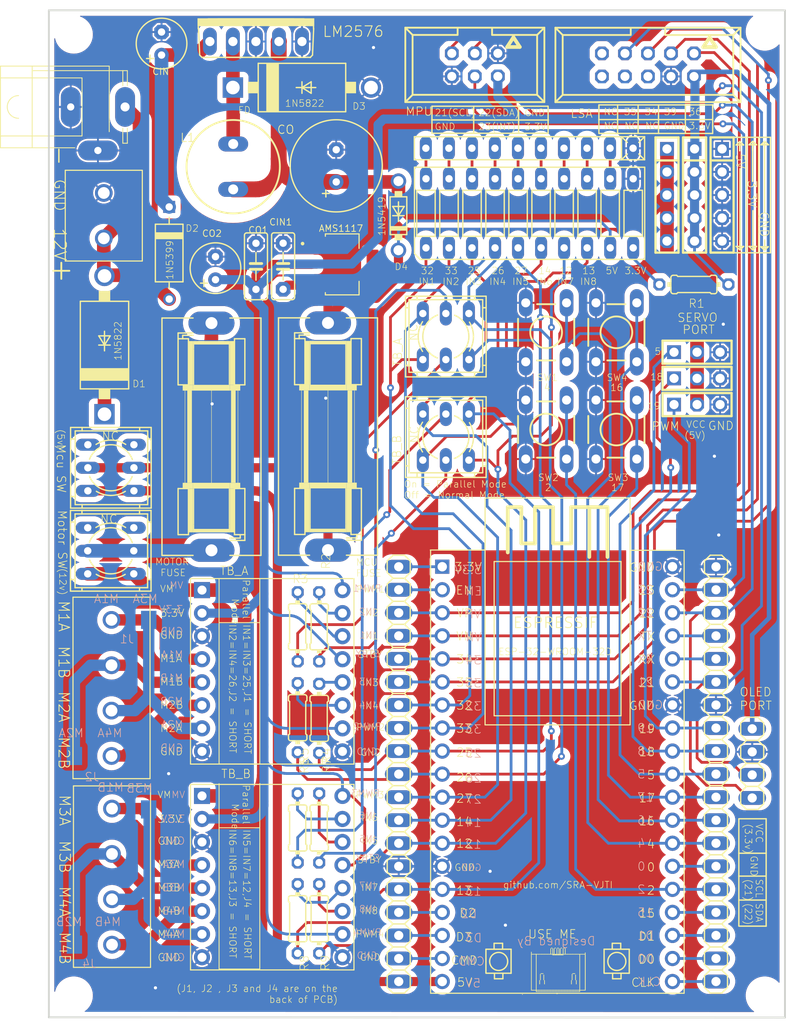
<source format=kicad_pcb>
(kicad_pcb (version 20211014) (generator pcbnew)
  (layers (0 "F.Cu" signal) (31 "B.Cu" signal) (34 "B.Paste" user) (35 "F.Paste" user) (36 "B.SilkS" user "B.Silkscreen") (37 "F.SilkS" user "F.Silkscreen") (38 "B.Mask" user) (39 "F.Mask" user) (44 "Edge.Cuts" user))
  (net 0 "")
  (net 1 "5V")
  (net 2 "N$11")
  (net 3 "0")
  (net 4 "12V_P")
  (net 5 "OUT1A")
  (net 6 "OUT2A")
  (net 7 "OUT4A")
  (net 8 "OUT3A")
  (net 9 "OUT1B")
  (net 10 "OUT2B")
  (net 11 "OUT4B")
  (net 12 "OUT3B")
  (net 13 "5V_P")
  (net 14 "12V_AF")
  (net 15 "5_AF")
  (net 16 "AIN2")
  (net 17 "AIN1")
  (net 18 "BIN2")
  (net 19 "BIN1")
  (net 20 "12")
  (net 21 "13")
  (net 22 "3V3")
  (net 23 "EN")
  (net 24 "SD2")
  (net 25 "SD3")
  (net 26 "CMD")
  (net 27 "5")
  (net 28 "17")
  (net 29 "16")
  (net 30 "4")
  (net 31 "2")
  (net 32 "15")
  (net 33 "SD1")
  (net 34 "SD0")
  (net 35 "CLK")
  (net 36 "22")
  (net 37 "21")
  (net 38 "18")
  (net 39 "34")
  (net 40 "35")
  (net 41 "36")
  (net 42 "39")
  (net 43 "NC4")
  (net 44 "NC1")
  (net 45 "NC2")
  (net 46 "NC3")
  (net 47 "23")
  (net 48 "14")
  (net 49 "27")
  (net 50 "26")
  (net 51 "33")
  (net 52 "32")
  (net 53 "25")
  (net 54 "2L")
  (net 55 "3L")
  (net 56 "4L")
  (net 57 "5L")
  (net 58 "6L")
  (net 59 "7L")
  (net 60 "8L")
  (net 61 "9L")
  (net 62 "10L")
  (net 63 "RX")
  (net 64 "TX")
  (net 65 "19")
  (net 66 "3.3V")
  (net 67 "O")
  (net 68 "AMS_IN")
  (net 69 "N$1")
  (net 70 "COT")
  (net 71 "COB")
  (net 72 "12V_U")
  (net 73 "N$3")
  (net 74 "N$4")
  (net 75 "N$5")
  (net 76 "N$6")
  (net 77 "N$7")
  (net 78 "N$8")
  (net 79 "N$9")
  (net 80 "N$10")
  (footprint "sra_board_2020:1X05" (layer "F.Cu") (at 179.130825 69.853557 -90)
    (fp_text reference "JP10" hide)
    (fp_text value "")
  )
  (footprint "sra_board_2020:9077-2" (layer "F.Cu") (at 151.693265 85.453813 180)
    (fp_text reference "TB_A" hide)
    (fp_text value "9077-2" hide)
  )
  (footprint "sra_board_2020:9077-2" (layer "F.Cu") (at 151.693265 96.534697 180)
    (fp_text reference "TB_B" hide)
    (fp_text value "9077-2" hide)
  )
  (footprint "sra_board_2020:C5B2.5" (layer "F.Cu") (at 133.7431 77.7056 -90)
    (fp_text reference "CIN1")
    (fp_text value "0.1uF")
  )
  (footprint "sra_board_2020:E2,5-6" (layer "F.Cu") (at 126.2796 77.9161 90)
    (fp_text reference "CO2")
    (fp_text value "22uF")
  )
  (footprint "sra_board_2020:0204_7" (layer "F.Cu") (at 179.0606 79.7161)
    (fp_text reference "R1")
    (fp_text value "470Ω")
  )
  (footprint "sra_board_2020:1X04" (layer "F.Cu") (at 185.4911 132.4986 -90)
    (fp_text reference "OLED" hide)
    (fp_text value "")
  )
  (footprint "sra_board_2020:9077-2" (layer "F.Cu") (at 114.741065 99.916957 90)
    (fp_text reference "MCU-S/W" hide)
    (fp_text value "9077-2" hide)
  )
  (footprint "sra_board_2020:0204_7" (layer "F.Cu") (at 137.720415 127.535269 -90)
    (fp_text reference "R4")
    (fp_text value "1KΩ")
  )
  (footprint "" (layer "F.Cu") (at 186.876109 51.840888)
    (fp_text reference "@HOLE3" hide)
    (fp_text value "")
  )
  (footprint "sra_board_2020:SMD1,27-2,54" (layer "F.Cu") (at 118.9161 116.6836)
    (fp_text reference "PAD1" hide)
    (fp_text value "")
  )
  (footprint "sra_board_2020:SMD1,27-2,54" (layer "F.Cu") (at 110.7111 152.4736)
    (fp_text reference "PAD4" hide)
    (fp_text value "")
  )
  (footprint "sra_board_2020:TB6612FNG" (layer "F.Cu") (at 132.415056 142.43565)
    (fp_text reference "TB2" hide)
    (fp_text value "TB6612FNG" hide)
  )
  (footprint "sra_board_2020:1X05" (layer "F.Cu") (at 176.090828 69.853557 -90)
    (fp_text reference "JP7" hide)
    (fp_text value "")
  )
  (footprint "sra_board_2020:1X19" (layer "F.Cu") (at 146.496681 133.6844 90)
    (fp_text reference "JP2" hide)
    (fp_text value "")
  )
  (footprint "sra_board_2020:0204_7" (layer "F.Cu") (at 137.720415 139.6186 -90)
    (fp_text reference "R7")
    (fp_text value "1KΩ")
  )
  (footprint "sra_board_2020:C5B2.5" (layer "F.Cu") (at 130.7456 77.7116 -90)
    (fp_text reference "CO1")
    (fp_text value "0.1uF")
  )
  (footprint "sra_board_2020:E2,5-6" (layer "F.Cu") (at 120.329843 53.159829 90)
    (fp_text reference "CIN")
    (fp_text value "100uF")
  )
  (footprint "sra_board_2020:691131710004" (layer "F.Cu") (at 114.862384 144.98055 -90)
    (fp_text reference "J2" hide)
    (fp_text value "")
  )
  (footprint "sra_board_2020:TB6612FNG" (layer "F.Cu") (at 132.415056 119.749532)
    (fp_text reference "TB1" hide)
    (fp_text value "TB6612FNG" hide)
  )
  (footprint "sra_board_2020:0204_7" (layer "F.Cu") (at 137.720415 149.6186 -90)
    (fp_text reference "R9")
    (fp_text value "1KΩ")
  )
  (footprint "sra_board_2020:0204_7" (layer "F.Cu") (at 135.349431 139.6186 -90)
    (fp_text reference "R6")
    (fp_text value "1KΩ")
  )
  (footprint "sra_board_2020:C2673" (layer "F.Cu") (at 135.8211 58.0086)
    (fp_text reference "U$2" hide)
    (fp_text value "1N5399_SQUARE" hide)
  )
  (footprint "sra_board_2020:691131710002" (layer "F.Cu") (at 113.958081 72.128119 -90)
    (fp_text reference "12V" hide)
    (fp_text value "")
  )
  (footprint "sra_board_2020:DTS-6" (layer "F.Cu") (at 170.507053 84.986932 -90)
    (fp_text reference "SW4" hide)
    (fp_text value "DTS-6" hide)
  )
  (footprint "sra_board_2020:1X05" (layer "F.Cu") (at 182.170821 69.853557 -90)
    (fp_text reference "JP4" hide)
    (fp_text value "")
  )
  (footprint "sra_board_2020:DTS-6" (layer "F.Cu") (at 162.758362 95.702682 -90)
    (fp_text reference "SW2" hide)
    (fp_text value "DTS-6" hide)
  )
  (footprint "sra_board_2020:DTS-6" (layer "F.Cu") (at 162.758362 84.986932 -90)
    (fp_text reference "SW1" hide)
    (fp_text value "DTS-6" hide)
  )
  (footprint "sra_board_2020:0204_7" (layer "F.Cu") (at 135.349431 127.465269 -90)
    (fp_text reference "R5")
    (fp_text value "1KΩ")
  )
  (footprint "" (layer "F.Cu") (at 186.876109 158.091188)
    (fp_text reference "@HOLE1" hide)
    (fp_text value "")
  )
  (footprint "sra_board_2020:SMD1,27-2,54" (layer "F.Cu") (at 118.9061 137.5736)
    (fp_text reference "PAD3" hide)
    (fp_text value "")
  )
  (footprint "sra_board_2020:057-010-1" (layer "F.Cu") (at 173.991706 55.518316 180)
    (fp_text reference "LINE-SENSOR" hide)
    (fp_text value "057-010-1" hide)
  )
  (footprint "sra_board_2020:SD12K100" (layer "F.Cu") (at 128.235103 66.732719 90)
    (fp_text reference "L1")
    (fp_text value "100uH")
  )
  (footprint "sra_board_2020:DO41-7.6" (layer "F.Cu") (at 146.4661 72.1326 90)
    (fp_text reference "D1" hide)
    (fp_text value "1N5817-B" hide)
  )
  (footprint "sra_board_2020:1X19" (layer "F.Cu") (at 181.496681 133.6844 -90)
    (fp_text reference "JP1" hide)
    (fp_text value "")
  )
  (footprint "sra_board_2020:MODULE_ESP32-DEVKITC-32D" (layer "F.Cu") (at 163.996681 130.5828)
    (fp_text reference "U1" hide)
    (fp_text value "ESP32-DEVKITC-32D" hide)
  )
  (footprint "sra_board_2020:SOT229P700X180-4N" (layer "F.Cu") (at 140.2621 77.5001 -90)
    (fp_text reference "AMS1117")
    (fp_text value "AMS1117-3.3" hide)
  )
  (footprint "sra_board_2020:LB10" (layer "F.Cu") (at 160.932118 71.870863)
    (fp_text reference "LDZ1" hide)
    (fp_text value "LB10" hide)
  )
  (footprint "sra_board_2020:1X03" (layer "F.Cu") (at 179.406365 92.951085)
    (fp_text reference "JP3" hide)
    (fp_text value "")
  )
  (footprint "sra_board_2020:SH25" (layer "F.Cu") (at 138.691431 96.473863 90)
    (fp_text reference "F2" hide)
    (fp_text value "3A" hide)
  )
  (footprint "sra_board_2020:SH25" (layer "F.Cu") (at 125.837831 96.492913 -90)
    (fp_text reference "F3" hide)
    (fp_text value "3A" hide)
  )
  (footprint "sra_board_2020:C2673" (layer "F.Cu") (at 114.0361 86.3936 90)
    (fp_text reference "U$1" hide)
    (fp_text value "1N5399_SQUARE" hide)
  )
  (footprint "sra_board_2020:DTS-6" (layer "F.Cu") (at 170.507053 95.702682 -90)
    (fp_text reference "SW3" hide)
    (fp_text value "DTS-6" hide)
  )
  (footprint "sra_board_2020:9077-2" (layer "F.Cu") (at 114.726512 109.0676 90)
    (fp_text reference "MOTOR-S/W" hide)
    (fp_text value "9077-2" hide)
  )
  (footprint "sra_board_2020:1X05" (layer "F.Cu") (at 130.7421 52.9371)
    (fp_text reference "JP6" hide)
    (fp_text value "")
  )
  (footprint "sra_board_2020:E3,5-10" (layer "F.Cu") (at 139.601462 66.637319 90)
    (fp_text reference "CO")
    (fp_text value "470uF")
  )
  (footprint "sra_board_2020:1X03" (layer "F.Cu") (at 179.406365 90.065132)
    (fp_text reference "JP5" hide)
    (fp_text value "")
  )
  (footprint "" (layer "F.Cu") (at 110.6469 158.091188)
    (fp_text reference "@HOLE0" hide)
    (fp_text value "")
  )
  (footprint "sra_board_2020:RN-10" (layer "F.Cu") (at 160.917081 64.698235 180)
    (fp_text reference "RN2" hide)
    (fp_text value "")
  )
  (footprint "" (layer "F.Cu") (at 110.6469 52.165888)
    (fp_text reference "@HOLE2" hide)
    (fp_text value "")
  )
  (footprint "sra_board_2020:691131710004" (layer "F.Cu") (at 114.811118 124.18231 -90)
    (fp_text reference "J1" hide)
    (fp_text value "")
  )
  (footprint "sra_board_2020:0204_7" (layer "F.Cu") (at 135.349431 117.4436 -90)
    (fp_text reference "R3")
    (fp_text value "1KΩ")
  )
  (footprint "sra_board_2020:1X03" (layer "F.Cu") (at 179.406365 87.179179)
    (fp_text reference "JP8" hide)
    (fp_text value "")
  )
  (footprint "sra_board_2020:057-006-1" (layer "F.Cu") (at 154.893187 55.510688 180)
    (fp_text reference "X1" hide)
    (fp_text value "057-006-1" hide)
  )
  (footprint "sra_board_2020:SMD1,27-2,54" (layer "F.Cu") (at 110.7161 131.6836)
    (fp_text reference "PAD2" hide)
    (fp_text value "")
  )
  (footprint "sra_board_2020:0204_7" (layer "F.Cu") (at 135.349431 149.6186 -90)
    (fp_text reference "R8")
    (fp_text value "1KΩ")
  )
  (footprint "sra_board_2020:SPC4078" (layer "F.Cu") (at 113.308318 60.147157)
    (fp_text reference "POWER-JACK" hide)
    (fp_text value "")
  )
  (footprint "sra_board_2020:0204_7" (layer "F.Cu") (at 137.720415 117.4436 -90)
    (fp_text reference "R2")
    (fp_text value "1KΩ")
  )
  (footprint "sra_board_2020:D-10" (layer "F.Cu") (at 121.1711 76.2486 -90)
    (fp_text reference "U$3" hide)
    (fp_text value "1N5399_ROUND" hide)
  )
  (gr_line (start 187.2661 75.5586) (end 186.4311 75.5586) (layer "F.SilkS") (width 0.1524))
  (gr_line (start 187.5011 76.2236) (end 183.3261 76.2236) (layer "F.SilkS") (width 0.1524))
  (gr_line (start 184.1461 74.8836) (end 184.1461 75.8886) (layer "F.SilkS") (width 0.1524))
  (gr_line (start 186.2061 76.1736) (end 186.2061 63.5186) (layer "F.SilkS") (width 0.1524))
  (gr_line (start 168.5771 60.2771) (end 168.5771 59.9351) (layer "F.SilkS") (width 0.1524))
  (gr_line (start 185.9661 75.5236) (end 185.1311 75.5236) (layer "F.SilkS") (width 0.1524))
  (gr_line (start 126.6861 139.5896) (end 131.1611 139.5896) (layer "F.SilkS") (width 0.1016))
  (gr_line (start 150.1611 63.0486) (end 162.9811 63.0486) (layer "F.SilkS") (width 0.1524))
  (gr_line (start 184.8611 63.4836) (end 184.8611 76.1936) (layer "F.SilkS") (width 0.1524))
  (gr_line (start 187.0311 150.4386) (end 184.0311 150.4386) (layer "F.SilkS") (width 0.1524))
  (gr_line (start 150.1461 61.5736) (end 150.1461 61.5536) (layer "F.SilkS") (width 0.1524))
  (gr_line (start 131.1711 155.1746) (end 131.1711 134.7346) (layer "F.SilkS") (width 0.1016))
  (gr_line (start 126.6761 134.7346) (end 126.6761 155.1646) (layer "F.SilkS") (width 0.1016))
  (gr_line (start 184.0011 142.4036) (end 187.0311 142.4036) (layer "F.SilkS") (width 0.1524))
  (gr_line (start 126.6761 112.1286) (end 126.6761 132.5586) (layer "F.SilkS") (width 0.1016))
  (gr_line (start 175.1561 63.0666) (end 175.1561 59.9221) (layer "F.SilkS") (width 0.1524))
  (gr_line (start 131.1711 134.7346) (end 131.1811 134.7246) (layer "F.SilkS") (width 0.1016))
  (gr_line (start 181.0906 61.5406) (end 181.0906 61.5271) (layer "F.SilkS") (width 0.1524))
  (gr_line (start 184.1461 75.9036) (end 184.5461 75.5236) (layer "F.SilkS") (width 0.1524))
  (gr_line (start 186.8661 75.9386) (end 187.2661 75.5586) (layer "F.SilkS") (width 0.1524))
  (gr_line (start 172.9061 63.0406) (end 172.9061 59.9351) (layer "F.SilkS") (width 0.1524))
  (gr_line (start 187.2911 64.3186) (end 186.8911 63.9536) (layer "F.SilkS") (width 0.1524))
  (gr_line (start 151.9011 61.5736) (end 150.1461 61.5736) (layer "F.SilkS") (width 0.1524))
  (gr_line (start 179.6826 59.9221) (end 181.1301 59.9221) (layer "F.SilkS") (width 0.1524))
  (gr_line (start 187.0311 138.6036) (end 187.0311 142.4036) (layer "F.SilkS") (width 0.1524))
  (gr_line (start 159.7211 60.0636) (end 159.7211 62.9736) (layer "F.SilkS") (width 0.1524))
  (gr_line (start 187.0311 142.4036) (end 187.0311 150.4386) (layer "F.SilkS") (width 0.1524))
  (gr_line (start 183.7111 75.5236) (end 184.1111 75.8886) (layer "F.SilkS") (width 0.1524))
  (gr_line (start 183.3761 63.4936) (end 187.5011 63.4936) (layer "F.SilkS") (width 0.1524))
  (gr_line (start 178.1166 59.9351) (end 178.1296 59.9351) (layer "F.SilkS") (width 0.1524))
  (gr_line (start 184.1161 63.9586) (end 183.7161 64.3386) (layer "F.SilkS") (width 0.1524))
  (gr_line (start 154.7661 60.0736) (end 154.7661 62.9936) (layer "F.SilkS") (width 0.1524))
  (gr_line (start 184.0161 147.5636) (end 187.0111 147.5636) (layer "F.SilkS") (width 0.1524))
  (gr_line (start 185.5411 63.9386) (end 185.1411 64.3186) (layer "F.SilkS") (width 0.1524))
  (gr_line (start 151.9141 61.5881) (end 163.0021 61.5881) (layer "F.SilkS") (width 0.1524))
  (gr_line (start 162.9761 60.0736) (end 162.9061 60.0736) (layer "F.SilkS") (width 0.1524))
  (gr_line (start 185.9761 64.3186) (end 185.5761 63.9536) (layer "F.SilkS") (width 0.1524))
  (gr_line (start 179.6926 59.9231) (end 168.5781 59.9231) (layer "F.SilkS") (width 0.1524))
  (gr_line (start 186.8561 63.9536) (end 186.8561 71.7136) (layer "F.SilkS") (width 0.1524))
  (gr_line (start 175.1561 63.0666) (end 181.1301 63.0666) (layer "F.SilkS") (width 0.1524))
  (gr_line (start 186.4561 64.3186) (end 187.2911 64.3186) (layer "F.SilkS") (width 0.1524))
  (gr_line (start 170.6431 63.0406) (end 170.6431 59.9221) (layer "F.SilkS") (width 0.1524))
  (gr_line (start 184.0161 147.5636) (end 184.0161 150.4186) (layer "F.SilkS") (width 0.1524))
  (gr_line (start 185.5711 74.9386) (end 185.5711 71.5786) (layer "F.SilkS") (width 0.1524))
  (gr_line (start 185.5361 63.9736) (end 185.5361 68.3536) (layer "F.SilkS") (width 0.1524))
  (gr_line (start 184.0161 138.6036) (end 187.0311 138.6036) (layer "F.SilkS") (width 0.1524))
  (gr_line (start 185.5661 75.9036) (end 185.9661 75.5236) (layer "F.SilkS") (width 0.1524))
  (gr_line (start 186.8711 75.8386) (end 186.8711 74.8186) (layer "F.SilkS") (width 0.1524))
  (gr_line (start 126.6761 155.1646) (end 131.1361 155.1646) (layer "F.SilkS") (width 0.1016))
  (gr_line (start 187.5011 63.4936) (end 187.5011 76.2236) (layer "F.SilkS") (width 0.1524))
  (gr_line (start 185.5411 64.9586) (end 185.5411 63.9536) (layer "F.SilkS") (width 0.1524))
  (gr_line (start 163.0021 61.5881) (end 163.0021 61.5751) (layer "F.SilkS") (width 0.1524))
  (gr_line (start 184.0161 138.6336) (end 184.0161 147.5636) (layer "F.SilkS") (width 0.1524))
  (gr_line (start 184.5511 64.3386) (end 184.1511 63.9736) (layer "F.SilkS") (width 0.1524))
  (gr_line (start 126.6861 116.9836) (end 131.1611 116.9836) (layer "F.SilkS") (width 0.1016))
  (gr_line (start 162.9361 60.0686) (end 150.1611 60.0686) (layer "F.SilkS") (width 0.1524))
  (gr_line (start 185.1311 75.5236) (end 185.5311 75.8886) (layer "F.SilkS") (width 0.1524))
  (gr_line (start 187.0111 147.5636) (end 187.0111 147.5786) (layer "F.SilkS") (width 0.1524))
  (gr_line (start 183.7161 64.3386) (end 184.5511 64.3386) (layer "F.SilkS") (width 0.1524))
  (gr_line (start 162.9761 63.0186) (end 162.9761 60.0736) (layer "F.SilkS") (width 0.1524))
  (gr_line (start 168.5641 61.5406) (end 181.0906 61.5406) (layer "F.SilkS") (width 0.1524))
  (gr_line (start 186.8361 75.8386) (end 186.8361 75.5436) (layer "F.SilkS") (width 0.1524))
  (gr_line (start 185.5661 74.8836) (end 185.5661 75.8886) (layer "F.SilkS") (width 0.1524))
  (gr_line (start 131.1711 132.5686) (end 131.1711 112.1286) (layer "F.SilkS") (width 0.1016))
  (gr_line (start 186.4311 75.5586) (end 186.8311 75.9236) (layer "F.SilkS") (width 0.1524))
  (gr_line (start 154.7661 62.9936) (end 154.7561 62.9936) (layer "F.SilkS") (width 0.1524))
  (gr_line (start 184.0011 144.9236) (end 186.9611 144.9236) (layer "F.SilkS") (width 0.1524))
  (gr_line (start 131.1711 112.1286) (end 131.1811 112.1186) (layer "F.SilkS") (width 0.1016))
  (gr_line (start 185.1411 64.3186) (end 185.9761 64.3186) (layer "F.SilkS") (width 0.1524))
  (gr_line (start 186.8561 63.9386) (end 186.4561 64.3186) (layer "F.SilkS") (width 0.1524))
  (gr_line (start 184.1511 66.9536) (end 184.1511 75.8536) (layer "F.SilkS") (width 0.1524))
  (gr_line (start 168.5786 63.0666) (end 175.1561 63.0666) (layer "F.SilkS") (width 0.1524))
  (gr_line (start 126.6761 132.5586) (end 131.1361 132.5586) (layer "F.SilkS") (width 0.1016))
  (gr_line (start 170.6431 59.9221) (end 170.6561 59.9221) (layer "F.SilkS") (width 0.1524))
  (gr_line (start 168.5786 60.0676) (end 168.5786 63.0666) (layer "F.SilkS") (width 0.1524))
  (gr_line (start 178.1166 63.0141) (end 178.1166 59.9351) (layer "F.SilkS") (width 0.1524))
  (gr_line (start 184.5461 75.5236) (end 183.7111 75.5236) (layer "F.SilkS") (width 0.1524))
  (gr_line (start 172.9061 59.9351) (end 172.9191 59.9351) (layer "F.SilkS") (width 0.1524))
  (gr_line (start 150.1611 60.0686) (end 150.1611 63.0486) (layer "F.SilkS") (width 0.1524))
  (gr_line (start 181.1301 59.9221) (end 181.1301 63.0666) (layer "F.SilkS") (width 0.1524))
  (gr_line (start 184.1161 64.9786) (end 184.1161 63.9736) (layer "F.SilkS") (width 0.1524))
  (gr_line (start 189.1061 49.4986) (end 189.1061 160.5086) (layer "Edge.Cuts") (width 0.2032))
  (gr_line (start 189.1061 160.5086) (end 107.8961 160.4886) (layer "Edge.Cuts") (width 0.2032))
  (gr_line (start 107.8961 49.4986) (end 189.1061 49.4986) (layer "Edge.Cuts") (width 0.2032))
  (gr_line (start 107.8961 160.4886) (end 107.8961 49.4986) (layer "Edge.Cuts") (width 0.2032))
  (gr_text "GND" (at 153.308103 143.538107) (layer "B.SilkS") (effects (font (size 0.747776 0.747776) (thickness 0.065024)) (justify right top mirror)))
  (gr_text "Designed By" (at 159.503218 151.531582) (layer "B.SilkS") (effects (font (size 0.93472 0.93472) (thickness 0.08128)) (justify right top mirror)))
  (gr_text "VN" (at 153.798103 118.031482) (layer "B.SilkS") (effects (font (size 0.93472 0.93472) (thickness 0.08128)) (justify right top mirror)))
  (gr_text "3.3V" (at 152.599146 110.621494) (layer "B.SilkS") (effects (font (size 0.93472 0.93472) (thickness 0.08128)) (justify right top mirror)))
  (gr_text "M3B" (at 122.970046 146.663732) (layer "B.SilkS") (effects (font (size 0.828 0.828) (thickness 0.072)) (justify left bottom mirror)))
  (gr_text "26" (at 153.798103 133.601457) (layer "B.SilkS") (effects (font (size 0.93472 0.93472) (thickness 0.08128)) (justify right top mirror)))
  (gr_text "GND" (at 122.970046 141.527125) (layer "B.SilkS") (effects (font (size 0.828 0.828) (thickness 0.072)) (justify left bottom mirror)))
  (gr_text "TX" (at 172.762018 117.888382) (layer "B.SilkS") (effects (font (size 0.93472 0.93472) (thickness 0.08128)) (justify right top mirror)))
  (gr_text "J4" (at 113.2161 155.1286) (layer "B.SilkS") (effects (font (size 0.93472 0.93472) (thickness 0.08128)) (justify left bottom mirror)))
  (gr_text "25" (at 153.798103 130.849794) (layer "B.SilkS") (effects (font (size 0.93472 0.93472) (thickness 0.08128)) (justify right top mirror)))
  (gr_text "J1" (at 117.3611 119.3436) (layer "B.SilkS") (effects (font (size 0.93472 0.93472) (thickness 0.08128)) (justify left bottom mirror)))
  (gr_text "IN4" (at 144.000978 126.49851) (layer "B.SilkS") (effects (font (size 0.747776 0.747776) (thickness 0.065024)) (justify left bottom mirror)))
  (gr_text "M4A" (at 116.0611 129.6986) (layer "B.SilkS") (effects (font (size 0.93472 0.93472) (thickness 0.08128)) (justify left bottom mirror)))
  (gr_text "2" (at 172.762018 145.846669) (layer "B.SilkS") (effects (font (size 0.93472 0.93472) (thickness 0.08128)) (justify right top mirror)))
  (gr_text "PWM4" (at 144.6545 151.547813) (layer "B.SilkS") (effects (font (size 0.747776 0.747776) (thickness 0.065024)) (justify left bottom mirror)))
  (gr_text "12" (at 153.798103 140.881444) (layer "B.SilkS") (effects (font (size 0.93472 0.93472) (thickness 0.08128)) (justify right top mirror)))
  (gr_text "GND" (at 122.764046 118.436625) (layer "B.SilkS") (effects (font (size 0.828 0.828) (thickness 0.072)) (justify left bottom mirror)))
  (gr_text "M4B" (at 122.970046 149.232035) (layer "B.SilkS") (effects (font (size 0.828 0.828) (thickness 0.072)) (justify left bottom mirror)))
  (gr_text "M2A" (at 122.764046 128.709838) (layer "B.SilkS") (effects (font (size 0.828 0.828) (thickness 0.072)) (justify left bottom mirror)))
  (gr_text "33" (at 153.798103 128.198132) (layer "B.SilkS") (effects (font (size 0.93472 0.93472) (thickness 0.08128)) (justify right top mirror)))
  (gr_text "M2B" (at 111.637493 150.5036) (layer "B.SilkS") (effects (font (size 0.93472 0.93472) (thickness 0.08128)) (justify left bottom mirror)))
  (gr_text "D0" (at 172.762018 153.471657) (layer "B.SilkS") (effects (font (size 0.93472 0.93472) (thickness 0.08128)) (justify right top mirror)))
  (gr_text "IN2" (at 144.000978 116.225297) (layer "B.SilkS") (effects (font (size 0.747776 0.747776) (thickness 0.065024)) (justify left bottom mirror)))
  (gr_text "3.3V" (at 122.970046 139.108822) (layer "B.SilkS") (effects (font (size 0.828 0.828) (thickness 0.072)) (justify left bottom mirror)))
  (gr_text "16" (at 172.762018 138.221682) (layer "B.SilkS") (effects (font (size 0.93472 0.93472) (thickness 0.08128)) (justify right top mirror)))
  (gr_text "M1B" (at 116.207493 135.6836) (layer "B.SilkS") (effects (font (size 0.93472 0.93472) (thickness 0.08128)) (justify left bottom mirror)))
  (gr_text "M2B" (at 122.764046 126.141535) (layer "B.SilkS") (effects (font (size 0.828 0.828) (thickness 0.072)) (justify left bottom mirror)))
  (gr_text "4" (at 172.762018 140.763344) (layer "B.SilkS") (effects (font (size 0.93472 0.93472) (thickness 0.08128)) (justify right top mirror)))
  (gr_text "VP" (at 153.798103 115.489819) (layer "B.SilkS") (effects (font (size 0.93472 0.93472) (thickness 0.08128)) (justify right top mirror)))
  (gr_text "PWM1" (at 144.6295 113.639794) (layer "B.SilkS") (effects (font (size 0.747776 0.747776) (thickness 0.065024)) (justify left bottom mirror)))
  (gr_text "GND" (at 122.764046 131.278141) (layer "B.SilkS") (effects (font (size 0.828 0.828) (thickness 0.072)) (justify left bottom mirror)))
  (gr_text "32" (at 153.798103 125.656469) (layer "B.SilkS") (effects (font (size 0.93472 0.93472) (thickness 0.08128)) (justify right top mirror)))
  (gr_text "0" (at 172.762018 143.305007) (layer "B.SilkS") (effects (font (size 0.93472 0.93472) (thickness 0.08128)) (justify right top mirror)))
  (gr_text "19" (at 172.762018 128.055032) (layer "B.SilkS") (effects (font (size 0.93472 0.93472) (thickness 0.08128)) (justify right top mirror)))
  (gr_text "D3" (at 153.798103 151.193094) (layer "B.SilkS") (effects (font (size 0.93472 0.93472) (thickness 0.08128)) (justify right top mirror)))
  (gr_text "35" (at 153.798103 123.114807) (layer "B.SilkS") (effects (font (size 0.93472 0.93472) (thickness 0.08128)) (justify right top mirror)))
  (gr_text "21" (at 172.762018 122.971707) (layer "B.SilkS") (effects (font (size 0.93472 0.93472) (thickness 0.08128)) (justify right top mirror)))
  (gr_text "M3B" (at 119.402493 135.7836) (layer "B.SilkS") (effects (font (size 0.93472 0.93472) (thickness 0.08128)) (justify left bottom mirror)))
  (gr_text "M1B" (at 122.764046 123.573232) (layer "B.SilkS") (effects (font (size 0.828 0.828) (thickness 0.072)) (justify left bottom mirror)))
  (gr_text "IN8" (at 144.025978 148.97951) (layer "B.SilkS") (effects (font (size 0.747776 0.747776) (thickness 0.065024)) (justify left bottom mirror)))
  (gr_text "GND" (at 144.184893 154.116116) (layer "B.SilkS") (effects (font (size 0.747776 0.747776) (thickness 0.065024)) (justify left bottom mirror)))
  (gr_text "GND" (at 172.762018 110.263394) (layer "B.SilkS") (effects (font (size 0.93472 0.93472) (thickness 0.08128)) (justify right top mirror)))
  (gr_text "22" (at 172.762018 115.346719) (layer "B.SilkS") (effects (font (size 0.93472 0.93472) (thickness 0.08128)) (justify right top mirror)))
  (gr_text "5" (at 172.762018 133.138357) (layer "B.SilkS") (effects (font (size 0.93472 0.93472) (thickness 0.08128)) (justify right top mirror)))
  (gr_text "PWM2" (at 144.6295 128.866813) (layer "B.SilkS") (effects (font (size 0.747776 0.747776) (thickness 0.065024)) (justify left bottom mirror)))
  (gr_text "PWM3" (at 144.4595 136.220794) (layer "B.SilkS") (effects (font (size 0.747776 0.747776) (thickness 0.065024)) (justify left bottom mirror)))
  (gr_text "M1A" (at 115.6811 114.9086) (layer "B.SilkS") (effects (font (size 0.93472 0.93472) (thickness 0.08128)) (justify left bottom mirror)))
  (gr_text "EN" (at 153.798103 112.973157) (layer "B.SilkS") (effects (font (size 0.93472 0.93472) (thickness 0.08128)) (justify right top mirror)))
  (gr_text "CLK" (at 172.762018 156.013319) (layer "B.SilkS") (effects (font (size 0.93472 0.93472) (thickness 0.08128)) (justify right top mirror)))
  (gr_text "M1A" (at 122.764046 121.004929) (layer "B.SilkS") (effects (font (size 0.828 0.828) (thickness 0.072)) (justify left bottom mirror)))
  (gr_text "D2" (at 155.194915 149.630769) (layer "B.SilkS") (effects (font (size 0.93472 0.93472) (thickness 0.08128)) (justify left bottom mirror)))
  (gr_text "3.3V" (at 122.764046 116.018322) (layer "B.SilkS") (effects (font (size 0.828 0.828) (thickness 0.072)) (justify left bottom mirror)))
  (gr_text "18" (at 172.762018 130.596694) (layer "B.SilkS") (effects (font (size 0.93472 0.93472) (thickness 0.08128)) (justify right top mirror)))
  (gr_text "34" (at 153.798103 120.573144) (layer "B.SilkS") (effects (font (size 0.93472 0.93472) (thickness 0.08128)) (justify right top mirror)))
  (gr_text "STBY" (at 144.43639 120.835404) (layer "B.SilkS") (effects (font (size 0.747776 0.747776) (thickness 0.065024)) (justify left bottom mirror)))
  (gr_text "M4B" (at 115.907493 150.5036) (layer "B.SilkS") (effects (font (size 0.93472 0.93472) (thickness 0.08128)) (justify left bottom mirror)))
  (gr_text "CMD" (at 153.008103 153.766832) (layer "B.SilkS") (effects (font (size 0.93472 0.93472) (thickness 0.08128)) (justify right top mirror)))
  (gr_text "STBY" (at 144.46139 143.369404) (layer "B.SilkS") (effects (font (size 0.747776 0.747776) (thickness 0.065024)) (justify left bottom mirror)))
  (gr_text "23" (at 172.762018 112.805057) (layer "B.SilkS") (effects (font (size 0.93472 0.93472) (thickness 0.08128)) (justify right top mirror)))
  (gr_text "IN7" (at 144.025978 146.411207) (layer "B.SilkS") (effects (font (size 0.747776 0.747776) (thickness 0.065024)) (justify left bottom mirror)))
  (gr_text "14" (at 153.798103 138.484782) (layer "B.SilkS") (effects (font (size 0.93472 0.93472) (thickness 0.08128)) (justify right top mirror)))
  (gr_text "M3A" (at 122.970046 144.095429) (layer "B.SilkS") (effects (font (size 0.828 0.828) (thickness 0.072)) (justify left bottom mirror)))
  (gr_text "M3A" (at 119.9511 114.9086) (layer "B.SilkS") (effects (font (size 0.93472 0.93472) (thickness 0.08128)) (justify left bottom mirror)))
  (gr_text "IN1" (at 144.000978 118.7936) (layer "B.SilkS") (effects (font (size 0.747776 0.747776) (thickness 0.065024)) (justify left bottom mirror)))
  (gr_text "GND" (at 172.762018 125.513369) (layer "B.SilkS") (effects (font (size 0.93472 0.93472) (thickness 0.08128)) (justify right top mirror)))
  (gr_text "RX" (at 172.762018 120.430044) (layer "B.SilkS") (effects (font (size 0.93472 0.93472) (thickness 0.08128)) (justify right top mirror)))
  (gr_text "5V" (at 153.798103 156.178494) (layer "B.SilkS") (effects (font (size 0.93472 0.93472) (thickness 0.08128)) (justify right top mirror)))
  (gr_text "GND" (at 122.970046 154.368641) (layer "B.SilkS") (effects (font (size 0.828 0.828) (thickness 0.072)) (justify left bottom mirror)))
  (gr_text "D1" (at 172.762018 150.929994) (layer "B.SilkS") (effects (font (size 0.93472 0.93472) (thickness 0.08128)) (justify right top mirror)))
  (gr_text "M4A" (at 122.970046 151.800338) (layer "B.SilkS") (effects (font (size 0.828 0.828) (thickness 0.072)) (justify left bottom mirror)))
  (gr_text "VM" (at 122.764046 113.300019) (layer "B.SilkS") (effects (font (size 0.747776 0.747776) (thickness 0.065024)) (justify left bottom mirror)))
  (gr_text "IN5" (at 144.025978 141.2746) (layer "B.SilkS") (effects (font (size 0.747776 0.747776) (thickness 0.065024)) (justify left bottom mirror)))
  (gr_text "J2" (at 113.5011 134.5386) (layer "B.SilkS") (effects (font (size 0.93472 0.93472) (thickness 0.08128)) (justify left bottom mirror)))
  (gr_text "IN6" (at 144.025978 138.706297) (layer "B.SilkS") (effects (font (size 0.747776 0.747776) (thickness 0.065024)) (justify left bottom mirror)))
  (gr_text "IN3" (at 144.000978 123.930207) (layer "B.SilkS") (effects (font (size 0.747776 0.747776) (thickness 0.065024)) (justify left bottom mirror)))
  (gr_text "13" (at 153.798103 146.059769) (layer "B.SilkS") (effects (font (size 0.93472 0.93472) (thickness 0.08128)) (justify right top mirror)))
  (gr_text "GND" (at 144.159893 131.635116) (layer "B.SilkS") (effects (font (size 0.747776 0.747776) (thickness 0.065024)) (justify left bottom mirror)))
  (gr_text "15" (at 172.762018 148.388332) (layer "B.SilkS") (effects (font (size 0.93472 0.93472) (thickness 0.08128)) (justify right top mirror)))
  (gr_text "M2A" (at 111.7911 129.6986) (layer "B.SilkS") (effects (font (size 0.93472 0.93472) (thickness 0.08128)) (justify left bottom mirror)))
  (gr_text "27" (at 153.798103 135.918119) (layer "B.SilkS") (effects (font (size 0.93472 0.93472) (thickness 0.08128)) (justify right top mirror)))
  (gr_text "17" (at 172.762018 135.680019) (layer "B.SilkS") (effects (font (size 0.93472 0.93472) (thickness 0.08128)) (justify right top mirror)))
  (gr_text "VM" (at 122.970046 136.390519) (layer "B.SilkS") (effects (font (size 0.747776 0.747776) (thickness 0.065024)) (justify left bottom mirror)))
  (gr_text "STBY" (at 141.95835 120.935404) (layer "F.SilkS") (effects (font (size 0.747776 0.747776) (thickness 0.065024)) (justify left bottom)))
  (gr_text "Motor SW " (at 108.81829 104.5297 270.3) (layer "F.SilkS") (effects (font (size 0.93472 0.93472) (thickness 0.08128)) (justify left bottom)))
  (gr_text "PWM4" (at 141.69024 151.747813) (layer "F.SilkS") (effects (font (size 0.747776 0.747776) (thickness 0.065024)) (justify left bottom)))
  (gr_text "NC" (at 115.696803 95.899607) (layer "F.SilkS") (effects (font (size 0.93472 0.93472) (thickness 0.08128)) (justify right top)))
  (gr_text "17" (at 174.817018 135.775019) (layer "F.SilkS") (effects (font (size 0.93472 0.93472) (thickness 0.08128)) (justify right top)))
  (gr_text "18" (at 174.1961 90.3416) (layer "F.SilkS") (effects (font (size 0.747776 0.747776) (thickness 0.065024)) (justify left bottom)))
  (gr_text "M1A" (at 108.867909 114.488522 270.1) (layer "F.SilkS") (effects (font (size 1.1684 1.1684) (thickness 0.1016)) (justify left bottom)))
  (gr_text "0" (at 174.817018 143.400007) (layer "F.SilkS") (effects (font (size 0.93472 0.93472) (thickness 0.08128)) (justify right top)))
  (gr_text "+" (at 110.459306 79.786007 90) (layer "F.SilkS") (effects (font (size 2.3368 2.3368) (thickness 0.2032)) (justify left bottom)))
  (gr_text "SW4" (at 169.4016 90.4116) (layer "F.SilkS") (effects (font (size 0.747776 0.747776) (thickness 0.065024)) (justify left bottom)))
  (gr_text "15" (at 174.817018 148.483332) (layer "F.SilkS") (effects (font (size 0.93472 0.93472) (thickness 0.08128)) (justify right top)))
  (gr_text "EN" (at 154.673103 112.873157) (layer "F.SilkS") (effects (font (size 0.93472 0.93472) (thickness 0.08128)) (justify right top)))
  (gr_text "GND" (at 119.840046 141.532125) (layer "F.SilkS") (effects (font (size 0.828 0.828) (thickness 0.072)) (justify left bottom)))
  (gr_text "TB_B" (at 146.8436 99.639994 90) (layer "F.SilkS") (effects (font (size 0.93472 0.93472) (thickness 0.08128)) (justify left bottom)))
  (gr_text "GND" (at 187.3651 74.5566 270.5) (layer "F.SilkS") (effects (font (size 0.93472 0.93472) (thickness 0.08128)) (justify right top)))
  (gr_text "VCC\n(3.3v)" (at 184.6181 139.098104 270) (layer "F.SilkS") (effects (font (size 0.747776 0.747776) (thickness 0.065024)) (justify left bottom)))
  (gr_text "D4" (at 146.0056 78.1806) (layer "F.SilkS") (effects (font (size 0.747776 0.747776) (thickness 0.065024)) (justify left bottom)))
  (gr_text "4" (at 162.4756 91.5176) (layer "F.SilkS") (effects (font (size 0.747776 0.747776) (thickness 0.065024)) (justify left bottom)))
  (gr_text "D1" (at 174.817018 151.024994) (layer "F.SilkS") (effects (font (size 0.93472 0.93472) (thickness 0.08128)) (justify right top)))
  (gr_text "GND" (at 185.2431 142.61796 270) (layer "F.SilkS") (effects (font (size 0.747776 0.747776) (thickness 0.065024)) (justify left bottom)))
  (gr_text "GND" (at 154.968103 143.533107) (layer "F.SilkS") (effects (font (size 0.747776 0.747776) (thickness 0.065024)) (justify right top)))
  (gr_text "VM" (at 119.840046 136.395519) (layer "F.SilkS") (effects (font (size 0.747776 0.747776) (thickness 0.065024)) (justify left bottom)))
  (gr_text "27" (at 154.673103 135.818119) (layer "F.SilkS") (effects (font (size 0.93472 0.93472) (thickness 0.08128)) (justify right top)))
  (gr_text "TB_B" (at 126.8551 134.1961) (layer "F.SilkS") (effects (font (size 0.93472 0.93472) (thickness 0.08128)) (justify left bottom)))
  (gr_text "25" (at 154.0626 78.6351) (layer "F.SilkS") (effects (font (size 0.747776 0.747776) (thickness 0.065024)) (justify left bottom)))
  (gr_text "IN1=IN3=25," (at 130.154096 124.563679 270.1) (layer "F.SilkS") (effects (font (size 0.747776 0.747776) (thickness 0.065024)) (justify right top)))
  (gr_text "SCL\n(21)" (at 184.6181 145.198241 270) (layer "F.SilkS") (effects (font (size 0.747776 0.747776) (thickness 0.065024)) (justify left bottom)))
  (gr_text "22(SDA)" (at 155.2416 61.2166) (layer "F.SilkS") (effects (font (size 0.747776 0.747776) (thickness 0.065024)) (justify left bottom)))
  (gr_text "IN1" (at 142.393762 118.8936) (layer "F.SilkS") (effects (font (size 0.747776 0.747776) (thickness 0.065024)) (justify left bottom)))
  (gr_text "3.3V" (at 120.124046 116.413322) (layer "F.SilkS") (effects (font (size 0.828 0.828) (thickness 0.072)) (justify left bottom)))
  (gr_text "IN2=IN4=26, " (at 128.614293 125.103679 270.1) (layer "F.SilkS") (effects (font (size 0.747776 0.747776) (thickness 0.065024)) (justify right top)))
  (gr_text "18" (at 174.817018 130.691694) (layer "F.SilkS") (effects (font (size 0.93472 0.93472) (thickness 0.08128)) (justify right top)))
  (gr_text "TX" (at 174.817018 117.983382) (layer "F.SilkS") (effects (font (size 0.93472 0.93472) (thickness 0.08128)) (justify right top)))
  (gr_text "PORT" (at 177.74429 85.2472 0.3) (layer "F.SilkS") (effects (font (size 0.93472 0.93472) (thickness 0.08128)) (justify left bottom)))
  (gr_text "12" (at 164.1741 78.6351) (layer "F.SilkS") (effects (font (size 0.747776 0.747776) (thickness 0.065024)) (justify left bottom)))
  (gr_text "STBY" (at 141.88335 143.569404) (layer "F.SilkS") (effects (font (size 0.747776 0.747776) (thickness 0.065024)) (justify left bottom)))
  (gr_text "27" (at 159.2241 78.6351) (layer "F.SilkS") (effects (font (size 0.747776 0.747776) (thickness 0.065024)) (justify left bottom)))
  (gr_text "32" (at 154.673103 125.556469) (layer "F.SilkS") (effects (font (size 0.93472 0.93472) (thickness 0.08128)) (justify right top)))
  (gr_text "5V" (at 183.6371 65.2241 270.2) (layer "F.SilkS") (effects (font (size 0.93472 0.93472) (thickness 0.08128)) (justify left bottom)))
  (gr_text "VM" (at 120.124046 113.695019) (layer "F.SilkS") (effects (font (size 0.747776 0.747776) (thickness 0.065024)) (justify left bottom)))
  (gr_text "26" (at 154.673103 133.501457) (layer "F.SilkS") (effects (font (size 0.93472 0.93472) (thickness 0.08128)) (justify right top)))
  (gr_text "32" (at 148.9016 78.6351) (layer "F.SilkS") (effects (font (size 0.747776 0.747776) (thickness 0.065024)) (justify left bottom)))
  (gr_text "4" (at 174.817018 140.858344) (layer "F.SilkS") (effects (font (size 0.93472 0.93472) (thickness 0.08128)) (justify right top)))
  (gr_text "GND" (at 120.124046 118.831625) (layer "F.SilkS") (effects (font (size 0.828 0.828) (thickness 0.072)) (justify left bottom)))
  (gr_text "35" (at 171.290643 61.1166) (layer "F.SilkS") (effects (font (size 0.747776 0.747776) (thickness 0.065024)) (justify left bottom)))
  (gr_text "M3B" (at 119.840046 146.668732) (layer "F.SilkS") (effects (font (size 0.828 0.828) (thickness 0.072)) (justify left bottom)))
  (gr_text "12" (at 154.673103 140.781444) (layer "F.SilkS") (effects (font (size 0.93472 0.93472) (thickness 0.08128)) (justify right top)))
  (gr_text "M2A" (at 120.124046 129.104838) (layer "F.SilkS") (effects (font (size 0.828 0.828) (thickness 0.072)) (justify left bottom)))
  (gr_text "23(INT)" (at 155.2416 62.7656) (layer "F.SilkS") (effects (font (size 0.747776 0.747776) (thickness 0.065024)) (justify left bottom)))
  (gr_text "M4A" (at 119.840046 151.805338) (layer "F.SilkS") (effects (font (size 0.828 0.828) (thickness 0.072)) (justify left bottom)))
  (gr_text "SW2" (at 161.8276 101.4316) (layer "F.SilkS") (effects (font (size 0.747776 0.747776) (thickness 0.065024)) (justify left bottom)))
  (gr_text "19" (at 175.3891 92.6561) (layer "F.SilkS") (effects (font (size 0.747776 0.747776) (thickness 0.065024)) (justify right top)))
  (gr_text "GND" (at 174.817018 110.358394) (layer "F.SilkS") (effects (font (size 0.93472 0.93472) (thickness 0.08128)) (justify right top)))
  (gr_text "M3B" (at 108.962921 140.932194 270.1) (layer "F.SilkS") (effects (font (size 1.1684 1.1684) (thickness 0.1016)) (justify left bottom)))
  (gr_text "13" (at 166.7026 78.6351) (layer "F.SilkS") (effects (font (size 0.747776 0.747776) (thickness 0.065024)) (justify left bottom)))
  (gr_text "IN1" (at 148.6511 79.8311) (layer "F.SilkS") (effects (font (size 0.747776 0.747776) (thickness 0.065024)) (justify left bottom)))
  (gr_text "VCC\n(5V)" (at 180.396993 94.7016) (layer "F.SilkS") (effects (font (size 0.747776 0.747776) (thickness 0.065024)) (justify right top)))
  (gr_text "NC" (at 148.643193 86.007454 90) (layer "F.SilkS") (effects (font (size 0.93472 0.93472) (thickness 0.08128)) (justify left bottom)))
  (gr_text "M2B" (at 108.867909 129.4825 270.1) (layer "F.SilkS") (effects (font (size 1.1684 1.1684) (thickness 0.1016)) (justify left bottom)))
  (gr_text "NC" (at 169.0656 61.1166) (layer "F.SilkS") (effects (font (size 0.747776 0.747776) (thickness 0.065024)) (justify left bottom)))
  (gr_text "IN6" (at 161.6066 79.8311) (layer "F.SilkS") (effects (font (size 0.747776 0.747776) (thickness 0.065024)) (justify left bottom)))
  (gr_text "IN5" (at 142.318762 141.4746) (layer "F.SilkS") (effects (font (size 0.747776 0.747776) (thickness 0.065024)) (justify left bottom)))
  (gr_text "NC" (at 173.635237 62.6656) (layer "F.SilkS") (effects (font (size 0.747776 0.747776) (thickness 0.065024)) (justify left bottom)))
  (gr_text "PWM3" (at 141.69024 136.420794) (layer "F.SilkS") (effects (font (size 0.747776 0.747776) (thickness 0.065024)) (justify left bottom)))
  (gr_text "35" (at 154.673103 123.014807) (layer "F.SilkS") (effects (font (size 0.93472 0.93472) (thickness 0.08128)) (justify right top)))
  (gr_text "M1B" (at 120.124046 123.968232) (layer "F.SilkS") (effects (font (size 0.828 0.828) (thickness 0.072)) (justify left bottom)))
  (gr_text "1N5822" (at 115.9681 88.1491 90) (layer "F.SilkS") (effects (font (size 0.747776 0.747776) (thickness 0.065024)) (justify left bottom)))
  (gr_text "SERVO" (at 177.18329 83.9247 0.3) (layer "F.SilkS") (effects (font (size 0.93472 0.93472) (thickness 0.08128)) (justify left bottom)))
  (gr_text "GND" (at 174.817018 125.608369) (layer "F.SilkS") (effects (font (size 0.93472 0.93472) (thickness 0.08128)) (justify right top)))
  (gr_text "Mcu SW " (at 109.82779 103.4522 270.6) (layer "F.SilkS") (effects (font (size 0.93472 0.93472) (thickness 0.08128)) (justify right top)))
  (gr_text "IN8" (at 166.4521 79.8311) (layer "F.SilkS") (effects (font (size 0.747776 0.747776) (thickness 0.065024)) (justify left bottom)))
  (gr_text "36" (at 178.4476 61.1166) (layer "F.SilkS") (effects (font (size 0.747776 0.747776) (thickness 0.065024)) (justify left bottom)))
  (gr_text "TB_A" (at 126.711493 111.8146) (layer "F.SilkS") (effects (font (size 0.93472 0.93472) (thickness 0.08128)) (justify left bottom)))
  (gr_text "21" (at 174.817018 123.066707) (layer "F.SilkS") (effects (font (size 0.93472 0.93472) (thickness 0.08128)) (justify right top)))
  (gr_text "IN7" (at 163.9236 79.8311) (layer "F.SilkS") (effects (font (size 0.747776 0.747776) (thickness 0.065024)) (justify left bottom)))
  (gr_text "SW1" (at 161.7166 90.4116) (layer "F.SilkS") (effects (font (size 0.747776 0.747776) (thickness 0.065024)) (justify left bottom)))
  (gr_text "TB_A" (at 146.9296 88.8186 90) (layer "F.SilkS") (effects (font (size 0.93472 0.93472) (thickness 0.08128)) (justify left bottom)))
  (gr_text "LSA" (at 165.39429 61.4272 0.3) (layer "F.SilkS") (effects (font (size 0.93472 0.93472) (thickness 0.08128)) (justify left bottom)))
  (gr_text "M1A" (at 120.124046 121.399929) (layer "F.SilkS") (effects (font (size 0.828 0.828) (thickness 0.072)) (justify left bottom)))
  (gr_text "1N5399" (at 120.8041 74.8081 90) (layer "F.SilkS") (effects (font (size 0.747776 0.747776) (thickness 0.065024)) (justify right top)))
  (gr_text "D3" (at 141.3456 60.5106) (layer "F.SilkS") (effects (font (size 0.747776 0.747776) (thickness 0.065024)) (justify left bottom)))
  (gr_text "21(SCL)" (at 150.4241 61.2166) (layer "F.SilkS") (effects (font (size 0.747776 0.747776) (thickness 0.065024)) (justify left bottom)))
  (gr_text "13" (at 154.673103 145.959769) (layer "F.SilkS") (effects (font (size 0.93472 0.93472) (thickness 0.08128)) (justify right top)))
  (gr_text "NC" (at 115.525353 105.043607) (layer "F.SilkS") (effects (font (size 0.93472 0.93472) (thickness 0.08128)) (justify right top)))
  (gr_text "PWM" (at 177.5206 94.8016) (layer "F.SilkS") (effects (font (size 0.93472 0.93472) (thickness 0.08128)) (justify right top)))
  (gr_text "3.3V" (at 119.840046 139.113822) (layer "F.SilkS") (effects (font (size 0.828 0.828) (thickness 0.072)) (justify left bottom)))
  (gr_text "D3" (at 154.673103 151.093094) (layer "F.SilkS") (effects (font (size 0.93472 0.93472) (thickness 0.08128)) (justify right top)))
  (gr_text "M4B" (at 119.840046 149.237035) (layer "F.SilkS") (effects (font (size 0.828 0.828) (thickness 0.072)) (justify left bottom)))
  (gr_text "5" (at 174.6801 87.5371) (layer "F.SilkS") (effects (font (size 0.747776 0.747776) (thickness 0.065024)) (justify left bottom)))
  (gr_text "VP" (at 154.673103 115.389819) (layer "F.SilkS") (effects (font (size 0.93472 0.93472) (thickness 0.08128)) (justify right top)))
  (gr_text "17" (at 169.8981 102.5376) (layer "F.SilkS") (effects (font (size 0.747776 0.747776) (thickness 0.065024)) (justify left bottom)))
  (gr_text "MPU" (at 147.19629 61.2017 0.3) (layer "F.SilkS") (effects (font (size 0.93472 0.93472) (thickness 0.08128)) (justify left bottom)))
  (gr_text "CMD" (at 155.258103 153.666832) (layer "F.SilkS") (effects (font (size 0.93472 0.93472) (thickness 0.08128)) (justify right top)))
  (gr_text "14" (at 161.8571 78.6351) (layer "F.SilkS") (effects (font (size 0.747776 0.747776) (thickness 0.065024)) (justify left bottom)))
  (gr_text "NC" (at 148.757493 97.266004 90) (layer "F.SilkS") (effects (font (size 0.93472 0.93472) (thickness 0.08128)) (justify left bottom)))
  (gr_text "Parallel \nMode" (at 130.09929 117.218679 270.1) (layer "F.SilkS") (effects (font (size 0.747776 0.747776) (thickness 0.065024)) (justify right top)))
  (gr_text "M2B" (at 120.124046 126.536535) (layer "F.SilkS") (effects (font (size 0.828 0.828) (thickness 0.072)) (justify left bottom)))
  (gr_text "IN7" (at 142.318762 146.611207) (layer "F.SilkS") (effects (font (size 0.747776 0.747776) (thickness 0.065024)) (justify left bottom)))
  (gr_text "M3A" (at 119.840046 144.100429) (layer "F.SilkS") (effects (font (size 0.828 0.828) (thickness 0.072)) (justify left bottom)))
  (gr_text "D2" (at 153.129915 149.530769) (layer "F.SilkS") (effects (font (size 0.93472 0.93472) (thickness 0.08128)) (justify left bottom)))
  (gr_text "3.3V" (at 155.729146 110.306494) (layer "F.SilkS") (effects (font (size 0.93472 0.93472) (thickness 0.08128)) (justify right top)))
  (gr_text "D0" (at 174.817018 153.566657) (layer "F.SilkS") (effects (font (size 0.93472 0.93472) (thickness 0.08128)) (justify right top)))
  (gr_text "GND" (at 183.52135 94.74445) (layer "F.SilkS") (effects (font (size 0.93472 0.93472) (thickness 0.08128)) (justify right top)))
  (gr_text "19" (at 174.817018 128.150032) (layer "F.SilkS") (effects (font (size 0.93472 0.93472) (thickness 0.08128)) (justify right top)))
  (gr_text "GND" (at 160.3216 61.2166) (layer "F.SilkS") (effects (font (size 0.747776 0.747776) (thickness 0.065024)) (justify left bottom)))
  (gr_text "33" (at 154.673103 128.098132) (layer "F.SilkS") (effects (font (size 0.93472 0.93472) (thickness 0.08128)) (justify right top)))
  (gr_text "IN4" (at 142.393762 126.59851) (layer "F.SilkS") (effects (font (size 0.747776 0.747776) (thickness 0.065024)) (justify left bottom)))
  (gr_text "22" (at 174.817018 115.441719) (layer "F.SilkS") (effects (font (size 0.93472 0.93472) (thickness 0.08128)) (justify right top)))
  (gr_text "M1B" (at 108.867909 119.485797 270.1) (layer "F.SilkS") (effects (font (size 1.1684 1.1684) (thickness 0.1016)) (justify left bottom)))
  (gr_text "3.3V" (at 160.3216 62.7656) (layer "F.SilkS") (effects (font (size 0.747776 0.747776) (thickness 0.065024)) (justify left bottom)))
  (gr_text "GND" (at 142.234846 131.735116) (layer "F.SilkS") (effects (font (size 0.747776 0.747776) (thickness 0.065024)) (justify left bottom)))
  (gr_text "M2A" (at 108.867909 124.47921 270.1) (layer "F.SilkS") (effects (font (size 1.1684 1.1684) (thickness 0.1016)) (justify left bottom)))
  (gr_text "5" (at 174.817018 133.233357) (layer "F.SilkS") (effects (font (size 0.93472 0.93472) (thickness 0.08128)) (justify right top)))
  (gr_text "3.3V" (at 186.0501 71.310413 270.4) (layer "F.SilkS") (effects (font (size 0.93472 0.93472) (thickness 0.08128)) (justify right top)))
  (gr_text "IN2" (at 151.2841 79.8311) (layer "F.SilkS") (effects (font (size 0.747776 0.747776) (thickness 0.065024)) (justify left bottom)))
  (gr_text "GND" (at 120.124046 131.673141) (layer "F.SilkS") (effects (font (size 0.828 0.828) (thickness 0.072)) (justify left bottom)))
  (gr_text "IN3" (at 153.8121 79.8311) (layer "F.SilkS") (effects (font (size 0.747776 0.747776) (thickness 0.065024)) (justify left bottom)))
  (gr_text "M4A" (at 108.962921 145.966997 270.1) (layer "F.SilkS") (effects (font (size 1.1684 1.1684) (thickness 0.1016)) (justify left bottom)))
  (gr_text "GND" (at 150.4241 62.7656) (layer "F.SilkS") (effects (font (size 0.747776 0.747776) (thickness 0.065024)) (justify left bottom)))
  (gr_text "M4B" (at 108.962921 151.0018 270.1) (layer "F.SilkS") (effects (font (size 1.1684 1.1684) (thickness 0.1016)) (justify left bottom)))
  (gr_text "23" (at 174.817018 112.900057) (layer "F.SilkS") (effects (font (size 0.93472 0.93472) (thickness 0.08128)) (justify right top)))
  (gr_text "5V" (at 169.2801 78.6351) (layer "F.SilkS") (effects (font (size 0.747776 0.747776) (thickness 0.065024)) (justify left bottom)))
  (gr_text "MCU \nFUSE" (at 141.737115 111.974094) (layer "F.SilkS") (effects (font (size 0.747776 0.747776) (thickness 0.065024)) (justify left bottom)))
  (gr_text "NC" (at 169.0656 62.6656) (layer "F.SilkS") (effects (font (size 0.747776 0.747776) (thickness 0.065024)) (justify left bottom)))
  (gr_text "3.3V" (at 171.3646 78.6351) (layer "F.SilkS") (effects (font (size 0.747776 0.747776) (thickness 0.065024)) (justify left bottom)))
  (gr_text "-" (at 109.936903 66.767235 90) (layer "F.SilkS") (effects (font (size 1.84 1.84) (thickness 0.16)) (justify left bottom)))
  (gr_text "5V" (at 154.673103 156.078494) (layer "F.SilkS") (effects (font (size 0.93472 0.93472) (thickness 0.08128)) (justify right top)))
  (gr_text "FD" (at 130.2066 60.0616) (layer "F.SilkS") (effects (font (size 0.747776 0.747776) (thickness 0.065024)) (justify right top)))
  (gr_text "IN6" (at 142.318762 138.906297) (layer "F.SilkS") (effects (font (size 0.747776 0.747776) (thickness 0.065024)) (justify left bottom)))
  (gr_text "On = Parallel Mode\nOff = Normal Mode" (at 147.0461 103.3606) (layer "F.SilkS") (effects (font (size 0.747776 0.747776) (thickness 0.065024)) (justify left bottom)))
  (gr_text "34" (at 173.575462 61.1166) (layer "F.SilkS") (effects (font (size 0.747776 0.747776) (thickness 0.065024)) (justify left bottom)))
  (gr_text "IN8" (at 142.318762 149.17951) (layer "F.SilkS") (effects (font (size 0.747776 0.747776) (thickness 0.065024)) (justify left bottom)))
  (gr_text "Parallel \nMode" (at 130.09929 139.824679 270.1) (layer "F.SilkS") (effects (font (size 0.747776 0.747776) (thickness 0.065024)) (justify right top)))
  (gr_text "25" (at 154.673103 130.749794) (layer "F.SilkS") (effects (font (size 0.93472 0.93472) (thickness 0.08128)) (justify right top)))
  (gr_text "J4 = SHORT" (at 130.25929 154.134679 270.1) (layer "F.SilkS") (effects (font (size 0.747776 0.747776) (thickness 0.065024)) (justify right top)))
  (gr_text "34" (at 154.673103 120.473144) (layer "F.SilkS") (effects (font (size 0.93472 0.93472) (thickness 0.08128)) (justify right top)))
  (gr_text "PWM2" (at 141.76524 128.966813) (layer "F.SilkS") (effects (font (size 0.747776 0.747776) (thickness 0.065024)) (justify left bottom)))
  (gr_text "14" (at 154.673103 138.384782) (layer "F.SilkS") (effects (font (size 0.93472 0.93472) (thickness 0.08128)) (justify right top)))
  (gr_text "GND" (at 142.159846 154.316116) (layer "F.SilkS") (effects (font (size 0.747776 0.747776) (thickness 0.065024)) (justify left bottom)))
  (gr_text "IN4" (at 156.4451 79.8311) (layer "F.SilkS") (effects (font (size 0.747776 0.747776) (thickness 0.065024)) (justify left bottom)))
  (gr_text "GND" (at 175.702781 62.6656) (layer "F.SilkS") (effects (font (size 0.747776 0.747776) (thickness 0.065024)) (justify left bottom)))
  (gr_text "J1 = SHORT" (at 130.25929 131.528679 270.1) (layer "F.SilkS") (effects (font (size 0.747776 0.747776) (thickness 0.065024)) (justify right top)))
  (gr_text "CLK" (at 174.817018 156.108319) (layer "F.SilkS") (effects (font (size 0.93472 0.93472) (thickness 0.08128)) (justify right top)))
  (gr_text "1N5419" (at 145.0731 74.4091 90) (layer "F.SilkS") (effects (font (size 0.747776 0.747776) (thickness 0.065024)) (justify left bottom)))
  (gr_text "M3A" (at 108.962909 135.887513 270.1) (layer "F.SilkS") (effects (font (size 1.1684 1.1684) (thickness 0.1016)) (justify left bottom)))
  (gr_text "SDA\n(22)" (at 184.6181 147.855282 270) (layer "F.SilkS") (effects (font (size 0.747776 0.747776) (thickness 0.065024)) (justify left bottom)))
  (gr_text "LM2576" (at 138.043296 52.531775 0.1) (layer "F.SilkS") (effects (font (size 1.1684 1.1684) (thickness 0.1016)) (justify left bottom)))
  (gr_text "IN5=IN7=12," (at 130.154096 147.169679 270.1) (layer "F.SilkS") (effects (font (size 0.747776 0.747776) (thickness 0.065024)) (justify right top)))
  (gr_text "github.com/SRA-VJTI" (at 170.162162 145.458444) (layer "F.SilkS") (effects (font (size 0.747776 0.747776) (thickness 0.065024)) (justify right top)))
  (gr_text "PWM1" (at 141.76524 113.739794) (layer "F.SilkS") (effects (font (size 0.747776 0.747776) (thickness 0.065024)) (justify left bottom)))
  (gr_text "33" (at 151.5346 78.6351) (layer "F.SilkS") (effects (font (size 0.747776 0.747776) (thickness 0.065024)) (justify left bottom)))
  (gr_text "(5v)" (at 108.77329 95.6147 270.3) (layer "F.SilkS") (effects (font (size 0.747776 0.747776) (thickness 0.065024)) (justify left bottom)))
  (gr_text "16" (at 169.7871 91.5176) (layer "F.SilkS") (effects (font (size 0.747776 0.747776) (thickness 0.065024)) (justify left bottom)))
  (gr_text "C:/Users/User/Desktop/WhatsApp Image 2019-09-02 at 12.38.29 AM.bmp" (at 183.5346 131.9719) (layer "F.SilkS") (effects (font (size 0.011684 0.011684) (thickness 0.001016)) (justify left bottom)))
  (gr_text "12V" (at 108.349409 73.425507 270.1) (layer "F.SilkS") (effects (font (size 1.308608 1.308608) (thickness 0.113792)) (justify left bottom)))
  (gr_text "GND" (at 108.398925 68.025797 270.1) (layer "F.SilkS") (effects (font (size 1.1684 1.1684) (thickness 0.1016)) (justify left bottom)))
  (gr_text "VN" (at 154.673103 117.931482) (layer "F.SilkS") (effects (font (size 0.93472 0.93472) (thickness 0.08128)) (justify right top)))
  (gr_text "J2 = SHORT" (at 128.616693 131.433679 270.1) (layer "F.SilkS") (effects (font (size 0.747776 0.747776) (thickness 0.065024)) (justify right top)))
  (gr_text "16" (at 174.817018 138.316682) (layer "F.SilkS") (effects (font (size 0.93472 0.93472) (thickness 0.08128)) (justify right top)))
  (gr_text "IN6=IN8=13, " (at 128.614293 147.709679 270.1) (layer "F.SilkS") (effects (font (size 0.747776 0.747776) (thickness 0.065024)) (justify right top)))
  (gr_text "MOTOR \n FUSE" (at 119.587115 111.920094) (layer "F.SilkS") (effects (font (size 0.747776 0.747776) (thickness 0.065024)) (justify left bottom)))
  (gr_text "26" (at 156.6956 78.6351) (layer "F.SilkS") (effects (font (size 0.747776 0.747776) (thickness 0.065024)) (justify left bottom)))
  (gr_text "NC" (at 171.350418 62.6656) (layer "F.SilkS") (effects (font (size 0.747776 0.747776) (thickness 0.065024)) (justify left bottom)))
  (gr_text "D1" (at 117.0756 91.1006) (layer "F.SilkS") (effects (font (size 0.747776 0.747776) (thickness 0.065024)) (justify left bottom)))
  (gr_text "GND" (at 119.840046 154.373641) (layer "F.SilkS") (effects (font (size 0.828 0.828) (thickness 0.072)) (justify left bottom)))
  (gr_text "OLED \nPORT" (at 184.055181 126.683844) (layer "F.SilkS") (effects (font (size 0.93472 0.93472) (thickness 0.08128)) (justify left bottom)))
  (gr_text "D2" (at 122.9306 73.9656) (layer "F.SilkS") (effects (font (size 0.747776 0.747776) (thickness 0.065024)) (justify left bottom)))
  (gr_text "(12v)" (at 108.98329 110.9347 270.3) (layer "F.SilkS") (effects (font (size 0.747776 0.747776) (thickness 0.065024)) (justify left bottom)))
  (gr_text "RX" (at 174.817018 120.525044) (layer "F.SilkS") (effects (font (size 0.93472 0.93472) (thickness 0.08128)) (justify right top)))
  (gr_text "USE ME" (at 166.161662 150.773394) (layer "F.SilkS") (effects (font (size 0.93472 0.93472) (thickness 0.08128)) (justify right top)))
  (gr_text "(J1, J2 , J3 and J4 are on the\nback of PCB)" (at 139.824218 156.878457) (layer "F.SilkS") (effects (font (size 0.747776 0.747776) (thickness 0.065024)) (justify right top)))
  (gr_text "3.3V" (at 178.4476 62.6656) (layer "F.SilkS") (effects (font (size 0.747776 0.747776) (thickness 0.065024)) (justify left bottom)))
  (gr_text "J3 = SHORT" (at 128.616693 154.039679 270.1) (layer "F.SilkS") (effects (font (size 0.747776 0.747776) (thickness 0.065024)) (justify right top)))
  (gr_text "IN3" (at 142.393762 124.030207) (layer "F.SilkS") (effects (font (size 0.747776 0.747776) (thickness 0.065024)) (justify left bottom)))
  (gr_text "IN5" (at 158.9736 79.8311) (layer "F.SilkS") (effects (font (size 0.747776 0.747776) (thickness 0.065024)) (justify left bottom)))
  (gr_text "39" (at 175.702781 61.1166) (layer "F.SilkS") (effects (font (size 0.747776 0.747776) (thickness 0.065024)) (justify left bottom)))
  (gr_text "IN2" (at 142.393762 116.325297) (layer "F.SilkS") (effects (font (size 0.747776 0.747776) (thickness 0.065024)) (justify left bottom)))
  (gr_text "1N5822" (at 138.3316 59.3116) (layer "F.SilkS") (effects (font (size 0.747776 0.747776) (thickness 0.065024)) (justify right top)))
  (gr_text "SW3" (at 169.5126 101.4316) (layer "F.SilkS") (effects (font (size 0.747776 0.747776) (thickness 0.065024)) (justify left bottom)))
  (gr_text "2" (at 162.5866 102.5376) (layer "F.SilkS") (effects (font (size 0.747776 0.747776) (thickness 0.065024)) (justify left bottom)))
  (gr_text "2" (at 174.817018 145.941669) (layer "F.SilkS") (effects (font (size 0.93472 0.93472) (thickness 0.08128)) (justify right top)))
  (segment (start 179.406365 90.065132) (end 179.406365 87.179179) (width 1.5) (layer "F.Cu") (net 1))
  (segment (start 133.544157 67.055716) (end 133.418274 66.776015) (width 1.75) (layer "F.Cu") (net 1))
  (segment (start 135.793215 68.415319) (end 135.793215 68.415319) (width 1.75) (layer "F.Cu") (net 1))
  (segment (start 132.803594 68.135603) (end 132.614432 68.377051) (width 1.75) (layer "F.Cu") (net 1))
  (segment (start 131.321077 69.158911) (end 131.019378 69.2142) (width 1.75) (layer "F.Cu") (net 1))
  (segment (start 133.253215 65.875319) (end 133.253215 66.692719) (width 1.75) (layer "F.Cu") (net 1))
  (segment (start 133.418274 66.776015) (end 133.327023 66.483181) (width 1.75) (layer "F.Cu") (net 1))
  (segment (start 131.613911 69.06766) (end 131.321077 69.158911) (width 1.75) (layer "F.Cu") (net 1))
  (segment (start 146.373381 68.415319) (end 146.4661 68.3226) (width 1.5) (layer "F.Cu") (net 1))
  (segment (start 147.8601 72.1121) (end 173.832284 72.1121) (width 1.5) (layer "F.Cu") (net 1))
  (segment (start 132.156099 68.783098) (end 131.893612 68.941777) (width 1.75) (layer "F.Cu") (net 1))
  (segment (start 133.702836 67.318203) (end 133.544157 67.055716) (width 1.75) (layer "F.Cu") (net 1))
  (segment (start 133.327023 66.483181) (end 133.271734 66.181482) (width 1.75) (layer "F.Cu") (net 1))
  (segment (start 131.019378 69.2142) (end 130.713215 69.232719) (width 1.75) (layer "F.Cu") (net 1))
  (segment (start 135.793215 68.415319) (end 135.487052 68.3968) (width 1.75) (layer "F.Cu") (net 1))
  (segment (start 130.713215 69.232719) (end 128.235103 69.232719) (width 1.75) (layer "F.Cu") (net 1))
  (segment (start 134.892519 68.25026) (end 134.612818 68.124377) (width 1.75) (layer "F.Cu") (net 1))
  (segment (start 134.350331 67.965698) (end 134.108883 67.776536) (width 1.75) (layer "F.Cu") (net 1))
  (segment (start 133.234696 66.998882) (end 133.179407 67.300581) (width 1.75) (layer "F.Cu") (net 1))
  (segment (start 133.253215 65.875319) (end 133.253215 52.965985) (width 1.75) (layer "F.Cu") (net 1))
  (segment (start 132.397547 68.593936) (end 132.156099 68.783098) (width 1.75) (layer "F.Cu") (net 1))
  (segment (start 133.891998 67.559651) (end 133.702836 67.318203) (width 1.75) (layer "F.Cu") (net 1))
  (segment (start 132.614432 68.377051) (end 132.397547 68.593936) (width 1.75) (layer "F.Cu") (net 1))
  (segment (start 179.406365 79.705866) (end 179.406365 87.179179) (width 1.5) (layer "F.Cu") (net 1))
  (segment (start 133.253215 66.692719) (end 133.234696 66.998882) (width 1.75) (layer "F.Cu") (net 1))
  (segment (start 176.090828 76.390329) (end 179.406365 79.705866) (width 1.5) (layer "F.Cu") (net 1))
  (segment (start 133.088156 67.593415) (end 132.962273 67.873116) (width 1.75) (layer "F.Cu") (net 1))
  (segment (start 146.4661 70.7181) (end 147.8601 72.1121) (width 1.5) (layer "F.Cu") (net 1))
  (segment (start 146.4661 68.3226) (end 146.4661 70.7181) (width 1.5) (layer "F.Cu") (net 1))
  (segment (start 179.406365 92.951085) (end 179.406365 90.065132) (width 1.5) (layer "F.Cu") (net 1))
  (segment (start 134.612818 68.124377) (end 134.350331 67.965698) (width 1.75) (layer "F.Cu") (net 1))
  (segment (start 133.271734 66.181482) (end 133.253215 65.875319) (width 1.75) (layer "F.Cu") (net 1))
  (segment (start 135.487052 68.3968) (end 135.185353 68.341511) (width 1.75) (layer "F.Cu") (net 1))
  (segment (start 132.962273 67.873116) (end 132.803594 68.135603) (width 1.75) (layer "F.Cu") (net 1))
  (segment (start 176.090828 74.933557) (end 176.090828 72.393557) (width 1.5) (layer "F.Cu") (net 1))
  (segment (start 133.253215 52.965985) (end 133.2821 52.9371) (width 1.75) (layer "F.Cu") (net 1))
  (segment (start 131.893612 68.941777) (end 131.613911 69.06766) (width 1.75) (layer "F.Cu") (net 1))
  (segment (start 176.090828 67.313557) (end 176.090828 64.773557) (width 1.5) (layer "F.Cu") (net 1))
  (segment (start 133.253215 66.692719) (end 133.253215 66.692719) (width 1.75) (layer "F.Cu") (net 1))
  (segment (start 173.832284 72.1121) (end 176.090828 69.853557) (width 1.5) (layer "F.Cu") (net 1))
  (segment (start 139.601462 68.415319) (end 135.793215 68.415319) (width 1.75) (layer "F.Cu") (net 1))
  (segment (start 139.601462 68.415319) (end 146.373381 68.415319) (width 1.5) (layer "F.Cu") (net 1))
  (segment (start 134.108883 67.776536) (end 133.891998 67.559651) (width 1.75) (layer "F.Cu") (net 1))
  (segment (start 135.185353 68.341511) (end 134.892519 68.25026) (width 1.75) (layer "F.Cu") (net 1))
  (segment (start 133.253215 52.965985) (end 133.253215 52.965985) (width 1.75) (layer "F.Cu") (net 1))
  (segment (start 176.090828 74.933557) (end 176.090828 76.390329) (width 1.5) (layer "F.Cu") (net 1))
  (segment (start 133.179407 67.300581) (end 133.088156 67.593415) (width 1.75) (layer "F.Cu") (net 1))
  (segment (start 176.090828 72.393557) (end 176.090828 69.853557) (width 1.5) (layer "F.Cu") (net 1))
  (segment (start 176.090828 69.853557) (end 176.090828 67.313557) (width 1.5) (layer "F.Cu") (net 1))
  (segment (start 128.2011 52.9381) (end 128.2011 52.9381) (width 1.5) (layer "F.Cu") (net 2))
  (segment (start 128.235103 58.042604) (end 128.235103 58.042605) (width 1.5) (layer "F.Cu") (net 2))
  (segment (start 128.235103 58.042605) (end 128.2011 58.0086) (width 1.5) (layer "F.Cu") (net 2))
  (segment (start 128.235103 64.232719) (end 128.235103 58.042604) (width 1.5) (layer "F.Cu") (net 2))
  (segment (start 128.235103 58.042605) (end 128.2011 58.0086) (width 1.5) (layer "F.Cu") (net 2))
  (segment (start 128.2011 58.0086) (end 128.2011 52.9381) (width 1.5) (layer "F.Cu") (net 2))
  (segment (start 128.235103 58.042604) (end 128.235103 58.042605) (width 1.5) (layer "F.Cu") (net 2))
  (segment (start 128.2011 52.9381) (end 128.2021 52.9371) (width 1.5) (layer "F.Cu") (net 2))
  (segment (start 144.9211 119.6986) (end 148.4961 119.6986) (width 0.3048) (layer "F.Cu") (net 3))
  (segment (start 148.4961 119.6986) (end 148.5211 119.7236) (width 0.3048) (layer "F.Cu") (net 3))
  (segment (start 148.6261 122.1886) (end 148.6561 122.1586) (width 0.3048) (layer "F.Cu") (net 3))
  (segment (start 144.8811 122.1886) (end 148.6261 122.1886) (width 0.3048) (layer "F.Cu") (net 3))
  (segment (start 144.7361 124.8086) (end 148.3661 124.8086) (width 0.3048) (layer "F.Cu") (net 3))
  (via (at 138.4436 92.2451) (size 0.7564) (drill 0.35) (layers "F.Cu" "B.Cu") (net 3))
  (via (at 181.7981 107.3286) (size 0.7564) (drill 0.35) (layers "F.Cu" "B.Cu") (net 3))
  (via (at 158.2651 150.3321) (size 0.7564) (drill 0.35) (layers "F.Cu" "B.Cu") (net 3))
  (via (at 121.1151 133.6321) (size 0.7564) (drill 0.35) (layers "F.Cu" "B.Cu") (net 3))
  (via (at 143.7111 53.5991) (size 0.7564) (drill 0.35) (layers "F.Cu" "B.Cu") (net 3))
  (via (at 125.9071 92.8771) (size 0.7564) (drill 0.35) (layers "F.Cu" "B.Cu") (net 3))
  (via (at 119.6566 157.2356) (size 0.7564) (drill 0.35) (layers "F.Cu" "B.Cu") (net 3))
  (via (at 156.5751 144.3921) (size 0.7564) (drill 0.35) (layers "F.Cu" "B.Cu") (net 3))
  (via (at 182.3021 84.0951) (size 0.7564) (drill 0.35) (layers "F.Cu" "B.Cu") (net 3))
  (via (at 181.3211 98.6436) (size 0.7564) (drill 0.35) (layers "F.Cu" "B.Cu") (net 3))
  (segment (start 146.496681 143.8444) (end 151.295081 143.8444) (width 0.3048) (layer "B.Cu") (net 3))
  (segment (start 181.495081 110.8228) (end 181.496681 110.8244) (width 0.3048) (layer "B.Cu") (net 3))
  (segment (start 151.295081 143.8444) (end 151.296681 143.8428) (width 0.3048) (layer "B.Cu") (net 3))
  (segment (start 181.495081 126.0628) (end 181.496681 126.0644) (width 0.3048) (layer "B.Cu") (net 3))
  (segment (start 176.696681 126.0628) (end 181.495081 126.0628) (width 0.3048) (layer "B.Cu") (net 3))
  (segment (start 176.696681 110.8228) (end 181.495081 110.8228) (width 0.3048) (layer "B.Cu") (net 3))
  (segment (start 129.4961 115.939532) (end 129.4961 133.54565) (width 1.5) (layer "F.Cu") (net 4))
  (segment (start 124.795056 113.399532) (end 119.058443 113.399532) (width 1.5) (layer "F.Cu") (net 4))
  (segment (start 127.262263 113.418051) (end 127.563962 113.47334) (width 1.5) (layer "F.Cu") (net 4))
  (segment (start 127.262263 136.067131) (end 126.9561 136.08565) (width 1.5) (layer "F.Cu") (net 4))
  (segment (start 128.640432 114.038315) (end 128.857317 114.2552) (width 1.5) (layer "F.Cu") (net 4))
  (segment (start 126.9561 113.399532) (end 127.262263 113.418051) (width 1.5) (layer "F.Cu") (net 4))
  (segment (start 128.857317 114.2552) (end 129.046479 114.496648) (width 1.5) (layer "F.Cu") (net 4))
  (segment (start 129.4961 133.54565) (end 129.4961 133.54565) (width 1.5) (layer "F.Cu") (net 4))
  (segment (start 128.640432 135.446867) (end 128.398984 135.636029) (width 1.5) (layer "F.Cu") (net 4))
  (segment (start 128.136497 135.794708) (end 127.856796 135.920591) (width 1.5) (layer "F.Cu") (net 4))
  (segment (start 126.9561 113.399532) (end 126.9561 113.399532) (width 1.5) (layer "F.Cu") (net 4))
  (segment (start 129.046479 114.496648) (end 129.205158 114.759135) (width 1.5) (layer "F.Cu") (net 4))
  (segment (start 129.422292 115.33167) (end 129.477581 115.633369) (width 1.5) (layer "F.Cu") (net 4))
  (segment (start 127.856796 113.564591) (end 128.136497 113.690474) (width 1.5) (layer "F.Cu") (net 4))
  (segment (start 127.856796 135.920591) (end 127.563962 136.011842) (width 1.5) (layer "F.Cu") (net 4))
  (segment (start 129.205158 134.726047) (end 129.046479 134.988534) (width 1.5) (layer "F.Cu") (net 4))
  (segment (start 129.422292 134.153512) (end 129.331041 134.446346) (width 1.5) (layer "F.Cu") (net 4))
  (segment (start 129.477581 115.633369) (end 129.4961 115.939532) (width 1.5) (layer "F.Cu") (net 4))
  (segment (start 129.046479 134.988534) (end 128.857317 135.229982) (width 1.5) (layer "F.Cu") (net 4))
  (segment (start 129.205158 114.759135) (end 129.331041 115.038836) (width 1.5) (layer "F.Cu") (net 4))
  (segment (start 112.186512 111.6076) (end 117.266512 111.6076) (width 1.5) (layer "F.Cu") (net 4))
  (segment (start 124.795056 113.399532) (end 126.9561 113.399532) (width 1.5) (layer "F.Cu") (net 4))
  (segment (start 128.398984 135.636029) (end 128.136497 135.794708) (width 1.5) (layer "F.Cu") (net 4))
  (segment (start 119.058443 113.399532) (end 117.266512 111.6076) (width 1.5) (layer "F.Cu") (net 4))
  (segment (start 129.331041 115.038836) (end 129.422292 115.33167) (width 1.5) (layer "F.Cu") (net 4))
  (segment (start 129.477581 133.851813) (end 129.422292 134.153512) (width 1.5) (layer "F.Cu") (net 4))
  (segment (start 128.398984 113.849153) (end 128.640432 114.038315) (width 1.5) (layer "F.Cu") (net 4))
  (segment (start 126.9561 136.08565) (end 124.795056 136.08565) (width 1.5) (layer "F.Cu") (net 4))
  (segment (start 127.563962 113.47334) (end 127.856796 113.564591) (width 1.5) (layer "F.Cu") (net 4))
  (segment (start 129.331041 134.446346) (end 129.205158 134.726047) (width 1.5) (layer "F.Cu") (net 4))
  (segment (start 127.563962 136.011842) (end 127.262263 136.067131) (width 1.5) (layer "F.Cu") (net 4))
  (segment (start 128.136497 113.690474) (end 128.398984 113.849153) (width 1.5) (layer "F.Cu") (net 4))
  (segment (start 128.857317 135.229982) (end 128.640432 135.446867) (width 1.5) (layer "F.Cu") (net 4))
  (segment (start 129.4961 133.54565) (end 129.477581 133.851813) (width 1.5) (layer "F.Cu") (net 4))
  (segment (start 119.574809 116.68231) (end 114.811118 116.68231) (width 1.25) (layer "F.Cu") (net 5))
  (segment (start 120.7361 117.8436) (end 119.574809 116.68231) (width 1.25) (layer "F.Cu") (net 5))
  (segment (start 124.795056 121.019532) (end 121.952031 121.019532) (width 1.25) (layer "F.Cu") (net 5))
  (segment (start 120.7361 119.8036) (end 120.7361 117.8436) (width 1.25) (layer "F.Cu") (net 5))
  (segment (start 121.952031 121.019532) (end 120.7361 119.8036) (width 1.25) (layer "F.Cu") (net 5))
  (segment (start 119.057031 123.559532) (end 124.795056 123.559532) (width 1.25) (layer "F.Cu") (net 6))
  (segment (start 117.179809 121.68231) (end 119.057031 123.559532) (width 1.25) (layer "F.Cu") (net 6))
  (segment (start 114.811118 121.68231) (end 117.179809 121.68231) (width 1.25) (layer "F.Cu") (net 6))
  (segment (start 110.7161 123.4586) (end 112.49239 121.68231) (width 1.25) (layer "B.Cu") (net 6))
  (segment (start 110.7161 131.6836) (end 110.7161 123.4586) (width 1.25) (layer "B.Cu") (net 6))
  (segment (start 112.49239 121.68231) (end 114.811118 121.68231) (width 1.25) (layer "B.Cu") (net 6))
  (segment (start 121.780168 126.099532) (end 116.19739 131.68231) (width 1.25) (layer "F.Cu") (net 7))
  (segment (start 116.19739 131.68231) (end 114.811118 131.68231) (width 1.25) (layer "F.Cu") (net 7))
  (segment (start 124.795056 126.099532) (end 121.780168 126.099532) (width 1.25) (layer "F.Cu") (net 7))
  (segment (start 122.412031 128.639532) (end 118.9161 125.1436) (width 1.25) (layer "B.Cu") (net 8))
  (segment (start 117.37739 126.68231) (end 114.811118 126.68231) (width 1.25) (layer "B.Cu") (net 8))
  (segment (start 118.9161 116.6836) (end 118.9161 125.1436) (width 1.25) (layer "B.Cu") (net 8))
  (segment (start 118.9161 125.1436) (end 117.37739 126.68231) (width 1.25) (layer "B.Cu") (net 8))
  (segment (start 124.795056 128.639532) (end 122.412031 128.639532) (width 1.25) (layer "B.Cu") (net 8))
  (segment (start 114.862384 137.48055) (end 118.14305 137.48055) (width 1.25) (layer "F.Cu") (net 9))
  (segment (start 120.0961 139.4336) (end 120.0961 142.7086) (width 1.25) (layer "F.Cu") (net 9))
  (segment (start 121.09315 143.70565) (end 124.795056 143.70565) (width 1.25) (layer "F.Cu") (net 9))
  (segment (start 120.0961 142.7086) (end 121.09315 143.70565) (width 1.25) (layer "F.Cu") (net 9))
  (segment (start 118.14305 137.48055) (end 120.0961 139.4336) (width 1.25) (layer "F.Cu") (net 9))
  (segment (start 118.627484 146.24565) (end 124.795056 146.24565) (width 1.25) (layer "F.Cu") (net 10))
  (segment (start 114.862384 142.48055) (end 118.627484 146.24565) (width 1.25) (layer "F.Cu") (net 10))
  (segment (start 110.7111 144.3186) (end 112.54915 142.48055) (width 1.25) (layer "B.Cu") (net 10))
  (segment (start 112.54915 142.48055) (end 114.862384 142.48055) (width 1.25) (layer "B.Cu") (net 10))
  (segment (start 110.7111 152.4736) (end 110.7111 144.3186) (width 1.25) (layer "B.Cu") (net 10))
  (segment (start 118.55415 152.48055) (end 122.24905 148.78565) (width 1.25) (layer "F.Cu") (net 11))
  (segment (start 122.24905 148.78565) (end 124.795056 148.78565) (width 1.25) (layer "F.Cu") (net 11))
  (segment (start 114.862384 152.48055) (end 118.55415 152.48055) (width 1.25) (layer "F.Cu") (net 11))
  (segment (start 120.73315 151.32565) (end 118.9611 149.5536) (width 1.25) (layer "B.Cu") (net 12))
  (segment (start 118.9611 149.5536) (end 118.9611 145.7086) (width 1.25) (layer "B.Cu") (net 12))
  (segment (start 118.9611 137.6286) (end 118.9611 145.7086) (width 1.25) (layer "B.Cu") (net 12))
  (segment (start 118.9061 137.5736) (end 118.9611 137.6286) (width 1.25) (layer "B.Cu") (net 12))
  (segment (start 114.862384 147.48055) (end 117.18915 147.48055) (width 1.25) (layer "B.Cu") (net 12))
  (segment (start 124.795056 151.32565) (end 120.73315 151.32565) (width 1.25) (layer "B.Cu") (net 12))
  (segment (start 117.18915 147.48055) (end 118.9611 145.7086) (width 1.25) (layer "B.Cu") (net 12))
  (segment (start 134.203572 156.466629) (end 134.6946 156.5444) (width 1) (layer "F.Cu") (net 13))
  (segment (start 132.249932 103.09574) (end 132.466817 103.312625) (width 1.016) (layer "F.Cu") (net 13))
  (segment (start 112.201065 102.456957) (end 117.281065 102.456957) (width 1.016) (layer "F.Cu") (net 13))
  (segment (start 133.409072 155.889391) (end 133.571007 156.078993) (width 1) (layer "F.Cu") (net 13))
  (segment (start 133.760609 156.240928) (end 133.973209 156.371209) (width 1) (layer "F.Cu") (net 13))
  (segment (start 151.295081 156.5444) (end 151.296681 156.5428) (width 1) (layer "F.Cu") (net 13))
  (segment (start 133.278791 155.676791) (end 133.409072 155.889391) (width 1) (layer "F.Cu") (net 13))
  (segment (start 131.745997 102.747899) (end 132.008484 102.906578) (width 1.016) (layer "F.Cu") (net 13))
  (segment (start 133.1056 154.9554) (end 133.1056 154.9554) (width 1) (layer "F.Cu") (net 13))
  (segment (start 132.655979 103.554073) (end 132.814658 103.81656) (width 1.016) (layer "F.Cu") (net 13))
  (segment (start 130.871763 102.475476) (end 131.173462 102.530765) (width 1.016) (layer "F.Cu") (net 13))
  (segment (start 117.281065 102.456957) (end 130.5656 102.456957) (width 1.016) (layer "F.Cu") (net 13))
  (segment (start 133.183371 155.446428) (end 133.278791 155.676791) (width 1) (layer "F.Cu") (net 13))
  (segment (start 132.814658 103.81656) (end 132.940541 104.096261) (width 1.016) (layer "F.Cu") (net 13))
  (segment (start 151.295081 156.5444) (end 151.295081 156.5444) (width 1) (layer "F.Cu") (net 13))
  (segment (start 134.6946 156.5444) (end 146.496681 156.5444) (width 1) (layer "F.Cu") (net 13))
  (segment (start 131.466296 102.622016) (end 131.745997 102.747899) (width 1.016) (layer "F.Cu") (net 13))
  (segment (start 151.295081 156.5444) (end 151.296681 156.5428) (width 1) (layer "F.Cu") (net 13))
  (segment (start 133.125163 155.203974) (end 133.183371 155.446428) (width 1) (layer "F.Cu") (net 13))
  (segment (start 133.1056 104.996957) (end 133.1056 105.9486) (width 1.016) (layer "F.Cu") (net 13))
  (segment (start 133.1056 105.9486) (end 133.1056 154.9554) (width 1) (layer "F.Cu") (net 13))
  (segment (start 133.571007 156.078993) (end 133.760609 156.240928) (width 1) (layer "F.Cu") (net 13))
  (segment (start 151.295081 156.5444) (end 151.295081 156.5444) (width 1) (layer "F.Cu") (net 13))
  (segment (start 133.087081 104.690794) (end 133.1056 104.996957) (width 1.016) (layer "F.Cu") (net 13))
  (segment (start 146.496681 156.5444) (end 151.295081 156.5444) (width 1) (layer "F.Cu") (net 13))
  (segment (start 133.973209 156.371209) (end 134.203572 156.466629) (width 1) (layer "F.Cu") (net 13))
  (segment (start 132.940541 104.096261) (end 133.031792 104.389095) (width 1.016) (layer "F.Cu") (net 13))
  (segment (start 132.466817 103.312625) (end 132.655979 103.554073) (width 1.016) (layer "F.Cu") (net 13))
  (segment (start 133.1056 154.9554) (end 133.125163 155.203974) (width 1) (layer "F.Cu") (net 13))
  (segment (start 132.008484 102.906578) (end 132.249932 103.09574) (width 1.016) (layer "F.Cu") (net 13))
  (segment (start 130.5656 102.456957) (end 130.5656 102.456957) (width 1.016) (layer "F.Cu") (net 13))
  (segment (start 131.173462 102.530765) (end 131.466296 102.622016) (width 1.016) (layer "F.Cu") (net 13))
  (segment (start 133.031792 104.389095) (end 133.087081 104.690794) (width 1.016) (layer "F.Cu") (net 13))
  (segment (start 130.5656 102.456957) (end 130.871763 102.475476) (width 1.016) (layer "F.Cu") (net 13))
  (segment (start 125.785343 109.0676) (end 125.785343 109.0676) (width 1.5) (layer "B.Cu") (net 14))
  (segment (start 112.186512 109.0676) (end 117.266512 109.0676) (width 1.5) (layer "B.Cu") (net 14))
  (segment (start 125.785343 109.0676) (end 125.837831 109.015113) (width 1.5) (layer "B.Cu") (net 14))
  (segment (start 117.266512 109.0676) (end 125.785343 109.0676) (width 1.5) (layer "B.Cu") (net 14))
  (segment (start 138.691431 103.1086) (end 138.691431 108.996063) (width 1) (layer "F.Cu") (net 15))
  (segment (start 138.052648 100.772625) (end 138.24181 101.014073) (width 1.016) (layer "F.Cu") (net 15))
  (segment (start 137.052127 100.082016) (end 137.331828 100.207899) (width 1.016) (layer "F.Cu") (net 15))
  (segment (start 138.400489 101.27656) (end 138.526372 101.556261) (width 1.016) (layer "F.Cu") (net 15))
  (segment (start 138.672912 102.150794) (end 138.691431 102.456957) (width 1.016) (layer "F.Cu") (net 15))
  (segment (start 117.281065 99.916957) (end 136.151431 99.916957) (width 1.016) (layer "F.Cu") (net 15))
  (segment (start 137.835763 100.55574) (end 138.052648 100.772625) (width 1.016) (layer "F.Cu") (net 15))
  (segment (start 136.457594 99.935476) (end 136.759293 99.990765) (width 1.016) (layer "F.Cu") (net 15))
  (segment (start 137.331828 100.207899) (end 137.594315 100.366578) (width 1.016) (layer "F.Cu") (net 15))
  (segment (start 138.526372 101.556261) (end 138.617623 101.849095) (width 1.016) (layer "F.Cu") (net 15))
  (segment (start 138.617623 101.849095) (end 138.672912 102.150794) (width 1.016) (layer "F.Cu") (net 15))
  (segment (start 136.759293 99.990765) (end 137.052127 100.082016) (width 1.016) (layer "F.Cu") (net 15))
  (segment (start 137.594315 100.366578) (end 137.835763 100.55574) (width 1.016) (layer "F.Cu") (net 15))
  (segment (start 138.691431 102.456957) (end 138.691431 103.1086) (width 1.016) (layer "F.Cu") (net 15))
  (segment (start 112.201065 99.916957) (end 117.281065 99.916957) (width 1.016) (layer "F.Cu") (net 15))
  (segment (start 136.151431 99.916957) (end 136.151431 99.916957) (width 1.016) (layer "F.Cu") (net 15))
  (segment (start 136.151431 99.916957) (end 136.457594 99.935476) (width 1.016) (layer "F.Cu") (net 15))
  (segment (start 138.24181 101.014073) (end 138.400489 101.27656) (width 1.016) (layer "F.Cu") (net 15))
  (segment (start 143.9511 119.0036) (end 143.9511 97.9586) (width 0.3048) (layer "F.Cu") (net 16))
  (segment (start 138.5911 119.7436) (end 143.2111 119.7436) (width 0.3048) (layer "F.Cu") (net 16))
  (segment (start 137.720415 121.2536) (end 137.720415 120.614285) (width 0.3048) (layer "F.Cu") (net 16))
  (segment (start 143.2111 119.7436) (end 143.9511 119.0036) (width 0.3048) (layer "F.Cu") (net 16))
  (segment (start 137.720415 120.614285) (end 138.5911 119.7436) (width 0.3048) (layer "F.Cu") (net 16))
  (via (at 143.9511 97.9586) (size 0.7564) (drill 0.35) (layers "F.Cu" "B.Cu") (net 16))
  (segment (start 151.693265 81.025766) (end 151.693265 82.913813) (width 0.3048) (layer "B.Cu") (net 16))
  (segment (start 146.2311 80.3586) (end 151.0261 80.3586) (width 0.3048) (layer "B.Cu") (net 16))
  (segment (start 151.0261 80.3586) (end 151.693265 81.025766) (width 0.3048) (layer "B.Cu") (net 16))
  (segment (start 143.9511 82.6386) (end 146.2311 80.3586) (width 0.3048) (layer "B.Cu") (net 16))
  (segment (start 143.9511 97.9586) (end 143.9511 82.6386) (width 0.3048) (layer "B.Cu") (net 16))
  (segment (start 136.3161 117.2036) (end 141.6111 117.2036) (width 0.3048) (layer "F.Cu") (net 17))
  (segment (start 142.4811 116.3336) (end 142.4811 97.205979) (width 0.3048) (layer "F.Cu") (net 17))
  (segment (start 135.349431 121.2536) (end 135.349431 118.170269) (width 0.3048) (layer "F.Cu") (net 17))
  (segment (start 141.6111 117.2036) (end 142.4811 116.3336) (width 0.3048) (layer "F.Cu") (net 17))
  (segment (start 142.4811 97.205979) (end 151.693265 87.993813) (width 0.3048) (layer "F.Cu") (net 17))
  (segment (start 135.349431 118.170269) (end 136.3161 117.2036) (width 0.3048) (layer "F.Cu") (net 17))
  (segment (start 145.5061 100.181863) (end 151.693265 93.994697) (width 0.3048) (layer "F.Cu") (net 18))
  (segment (start 145.1711 105.0836) (end 145.5061 104.7486) (width 0.3048) (layer "F.Cu") (net 18))
  (segment (start 145.5061 104.7486) (end 145.5061 100.181863) (width 0.3048) (layer "F.Cu") (net 18))
  (via (at 145.1711 105.0836) (size 0.7564) (drill 0.35) (layers "F.Cu" "B.Cu") (net 18))
  (segment (start 141.6611 139.8736) (end 142.4611 139.0736) (width 0.3048) (layer "B.Cu") (net 18))
  (segment (start 142.4611 107.7936) (end 145.1711 105.0836) (width 0.3048) (layer "B.Cu") (net 18))
  (segment (start 135.349431 143.4286) (end 135.349431 140.660269) (width 0.3048) (layer "B.Cu") (net 18))
  (segment (start 135.349431 140.660269) (end 136.1361 139.8736) (width 0.3048) (layer "B.Cu") (net 18))
  (segment (start 142.4611 139.0736) (end 142.4611 107.7936) (width 0.3048) (layer "B.Cu") (net 18))
  (segment (start 136.1361 139.8736) (end 141.6611 139.8736) (width 0.3048) (layer "B.Cu") (net 18))
  (segment (start 145.6861 107.1386) (end 151.693265 101.131435) (width 0.3048) (layer "F.Cu") (net 19))
  (segment (start 151.693265 101.131435) (end 151.693265 99.074697) (width 0.3048) (layer "F.Cu") (net 19))
  (via (at 145.6861 107.1386) (size 0.7564) (drill 0.35) (layers "F.Cu" "B.Cu") (net 19))
  (segment (start 142.8011 142.4036) (end 143.9411 141.2636) (width 0.3048) (layer "B.Cu") (net 19))
  (segment (start 138.3361 142.4036) (end 142.8011 142.4036) (width 0.3048) (layer "B.Cu") (net 19))
  (segment (start 143.9411 141.2636) (end 143.9411 108.9436) (width 0.3048) (layer "B.Cu") (net 19))
  (segment (start 143.9411 108.9436) (end 143.9111 108.9136) (width 0.3048) (layer "B.Cu") (net 19))
  (segment (start 143.9111 108.9136) (end 145.6861 107.1386) (width 0.3048) (layer "B.Cu") (net 19))
  (segment (start 137.720415 143.019285) (end 138.3361 142.4036) (width 0.3048) (layer "B.Cu") (net 19))
  (segment (start 137.720415 143.4286) (end 137.720415 143.019285) (width 0.3048) (layer "B.Cu") (net 19))
  (segment (start 136.3561 150.0436) (end 141.5161 150.0436) (width 0.3048) (layer "F.Cu") (net 20))
  (segment (start 163.3401 95.2131) (end 162.1186 96.4346) (width 0.3048) (layer "F.Cu") (net 20))
  (segment (start 157.4406 98.0271) (end 157.4406 100.0846) (width 0.3048) (layer "F.Cu") (net 20))
  (segment (start 162.1186 96.4346) (end 159.0331 96.4346) (width 0.3048) (layer "F.Cu") (net 20))
  (segment (start 163.3401 84.4441) (end 163.3401 95.2131) (width 0.3048) (layer "F.Cu") (net 20))
  (segment (start 157.4406 100.0846) (end 156.430696 99.074697) (width 0.3048) (layer "F.Cu") (net 20))
  (segment (start 142.5261 144.721) (end 145.9427 141.3044) (width 0.3048) (layer "F.Cu") (net 20))
  (segment (start 135.349431 153.4286) (end 135.349431 151.050269) (width 0.3048) (layer "F.Cu") (net 20))
  (segment (start 135.349431 151.050269) (end 136.3561 150.0436) (width 0.3048) (layer "F.Cu") (net 20))
  (segment (start 141.5161 150.0436) (end 142.5261 149.0336) (width 0.3048) (layer "F.Cu") (net 20))
  (segment (start 159.0331 96.4346) (end 157.4406 98.0271) (width 0.3048) (layer "F.Cu") (net 20))
  (segment (start 156.430696 99.074697) (end 154.233265 99.074697) (width 0.3048) (layer "F.Cu") (net 20))
  (segment (start 142.5261 149.0336) (end 142.5261 144.721) (width 0.3048) (layer "F.Cu") (net 20))
  (segment (start 145.9427 141.3044) (end 146.496681 141.3044) (width 0.3048) (layer "F.Cu") (net 20))
  (via (at 157.4406 100.0846) (size 0.7564) (drill 0.35) (layers "F.Cu" "B.Cu") (net 20))
  (via (at 163.3401 84.4441) (size 0.7564) (drill 0.35) (layers "F.Cu" "B.Cu") (net 20))
  (segment (start 164.742118 75.680863) (end 164.742118 78.951582) (width 0.3048) (layer "B.Cu") (net 20))
  (segment (start 160.5111 105.6691) (end 157.4406 102.5986) (width 0.3048) (layer "B.Cu") (net 20))
  (segment (start 151.296681 141.3028) (end 157.1819 141.3028) (width 0.3048) (layer "B.Cu") (net 20))
  (segment (start 151.296681 141.3028) (end 151.295081 141.3044) (width 0.3048) (layer "B.Cu") (net 20))
  (segment (start 160.5111 137.9736) (end 160.5111 105.6691) (width 0.3048) (layer "B.Cu") (net 20))
  (segment (start 157.1819 141.3028) (end 160.5111 137.9736) (width 0.3048) (layer "B.Cu") (net 20))
  (segment (start 163.3401 80.3536) (end 163.3401 84.4441) (width 0.3048) (layer "B.Cu") (net 20))
  (segment (start 157.4406 102.5986) (end 157.4406 100.0846) (width 0.3048) (layer "B.Cu") (net 20))
  (segment (start 151.295081 141.3044) (end 146.496681 141.3044) (width 0.3048) (layer "B.Cu") (net 20))
  (segment (start 164.742118 78.951582) (end 163.3401 80.3536) (width 0.3048) (layer "B.Cu") (net 20))
  (segment (start 144.8203 146.3844) (end 146.496681 146.3844) (width 0.3048) (layer "F.Cu") (net 21))
  (segment (start 155.2466 91.4811) (end 156.6956 91.4811) (width 0.3048) (layer "F.Cu") (net 21))
  (segment (start 143.8711 150.9336) (end 143.8711 147.3336) (width 0.3048) (layer "F.Cu") (net 21))
  (segment (start 158.3786 80.2196) (end 159.2201 79.3781) (width 0.3048) (layer "F.Cu") (net 21))
  (segment (start 142.2311 152.5736) (end 143.8711 150.9336) (width 0.3048) (layer "F.Cu") (net 21))
  (segment (start 162.5861 79.3781) (end 163.5206 78.4436) (width 0.3048) (layer "F.Cu") (net 21))
  (segment (start 156.6956 91.4811) (end 158.3786 89.7981) (width 0.3048) (layer "F.Cu") (net 21))
  (segment (start 159.2201 79.3781) (end 162.5861 79.3781) (width 0.3048) (layer "F.Cu") (net 21))
  (segment (start 143.8711 147.3336) (end 144.8203 146.3844) (width 0.3048) (layer "F.Cu") (net 21))
  (segment (start 166.1386 78.4436) (end 167.282118 77.300082) (width 0.3048) (layer "F.Cu") (net 21))
  (segment (start 163.5206 78.4436) (end 166.1386 78.4436) (width 0.3048) (layer "F.Cu") (net 21))
  (segment (start 167.282118 77.300082) (end 167.282118 75.680863) (width 0.3048) (layer "F.Cu") (net 21))
  (segment (start 154.233265 93.994697) (end 154.233265 92.494435) (width 0.3048) (layer "F.Cu") (net 21))
  (segment (start 137.720415 153.4286) (end 138.575415 152.5736) (width 0.3048) (layer "F.Cu") (net 21))
  (segment (start 158.3786 89.7981) (end 158.3786 80.2196) (width 0.3048) (layer "F.Cu") (net 21))
  (segment (start 154.233265 92.494435) (end 155.2466 91.4811) (width 0.3048) (layer "F.Cu") (net 21))
  (segment (start 138.575415 152.5736) (end 142.2311 152.5736) (width 0.3048) (layer "F.Cu") (net 21))
  (segment (start 161.9461 143.4636) (end 161.9461 104.7866) (width 0.3048) (layer "B.Cu") (net 21))
  (segment (start 158.7716 95.7836) (end 156.9591 93.9711) (width 0.3048) (layer "B.Cu") (net 21))
  (segment (start 151.296681 146.3828) (end 159.0269 146.3828) (width 0.3048) (layer "B.Cu") (net 21))
  (segment (start 158.7716 95.7836) (end 158.7716 101.6121) (width 0.3048) (layer "B.Cu") (net 21))
  (segment (start 151.295081 146.3844) (end 151.296681 146.3828) (width 0.3048) (layer "B.Cu") (net 21))
  (segment (start 158.7716 101.6121) (end 161.9461 104.7866) (width 0.3048) (layer "B.Cu") (net 21))
  (segment (start 154.256862 93.9711) (end 154.233265 93.994697) (width 0.3048) (layer "B.Cu") (net 21))
  (segment (start 146.496681 146.3844) (end 151.295081 146.3844) (width 0.3048) (layer "B.Cu") (net 21))
  (segment (start 156.9591 93.9711) (end 154.256862 93.9711) (width 0.3048) (layer "B.Cu") (net 21))
  (segment (start 159.0269 146.3828) (end 161.9461 143.4636) (width 0.3048) (layer "B.Cu") (net 21))
  (segment (start 146.496681 110.8244) (end 146.498281 110.8228) (width 0.3048) (layer "B.Cu") (net 22))
  (segment (start 146.498281 110.8228) (end 151.296681 110.8228) (width 0.3048) (layer "B.Cu") (net 22))
  (segment (start 146.496681 113.3644) (end 151.295081 113.3644) (width 0.3048) (layer "B.Cu") (net 23))
  (segment (start 151.295081 113.3644) (end 151.296681 113.3628) (width 0.3048) (layer "B.Cu") (net 23))
  (segment (start 151.295081 148.9244) (end 151.296681 148.9228) (width 0.3048) (layer "B.Cu") (net 24))
  (segment (start 146.496681 148.9244) (end 151.295081 148.9244) (width 0.3048) (layer "B.Cu") (net 24))
  (segment (start 146.496681 151.4644) (end 151.295081 151.4644) (width 0.3048) (layer "B.Cu") (net 25))
  (segment (start 151.295081 151.4644) (end 151.296681 151.4628) (width 0.3048) (layer "B.Cu") (net 25))
  (segment (start 151.295081 154.0044) (end 151.296681 154.0028) (width 0.3048) (layer "B.Cu") (net 26))
  (segment (start 146.496681 154.0044) (end 151.295081 154.0044) (width 0.3048) (layer "B.Cu") (net 26))
  (segment (start 174.6466 102.3896) (end 170.9066 106.1296) (width 0.3048) (layer "B.Cu") (net 27))
  (segment (start 170.9066 131.5716) (end 173.0178 133.6828) (width 0.3048) (layer "B.Cu") (net 27))
  (segment (start 173.0178 133.6828) (end 176.696681 133.6828) (width 0.3048) (layer "B.Cu") (net 27))
  (segment (start 170.9066 106.1296) (end 170.9066 131.5716) (width 0.3048) (layer "B.Cu") (net 27))
  (segment (start 174.6466 88.848944) (end 176.316365 87.179179) (width 0.3048) (layer "B.Cu") (net 27))
  (segment (start 174.6466 102.3896) (end 174.6466 88.848944) (width 0.3048) (layer "B.Cu") (net 27))
  (segment (start 176.316365 87.179179) (end 176.866365 87.179179) (width 0.3048) (layer "B.Cu") (net 27))
  (segment (start 181.495081 133.6828) (end 181.496681 133.6844) (width 0.3048) (layer "B.Cu") (net 27))
  (segment (start 176.696681 133.6828) (end 181.495081 133.6828) (width 0.3048) (layer "B.Cu") (net 27))
  (segment (start 172.757053 98.952682) (end 172.757053 92.452682) (width 0.3048) (layer "B.Cu") (net 28))
  (segment (start 169.6296 133.8066) (end 172.0458 136.2228) (width 0.3048) (layer "B.Cu") (net 28))
  (segment (start 169.6296 105.3116) (end 169.6296 133.8066) (width 0.3048) (layer "B.Cu") (net 28))
  (segment (start 172.0458 136.2228) (end 176.696681 136.2228) (width 0.3048) (layer "B.Cu") (net 28))
  (segment (start 176.696681 136.2228) (end 181.495081 136.2228) (width 0.3048) (layer "B.Cu") (net 28))
  (segment (start 181.495081 136.2228) (end 181.496681 136.2244) (width 0.3048) (layer "B.Cu") (net 28))
  (segment (start 172.757053 102.184147) (end 169.6296 105.3116) (width 0.3048) (layer "B.Cu") (net 28))
  (segment (start 172.757053 98.952682) (end 172.757053 102.184147) (width 0.3048) (layer "B.Cu") (net 28))
  (segment (start 168.4881 104.3141) (end 168.4881 136.4871) (width 0.3048) (layer "B.Cu") (net 29))
  (segment (start 171.0846 101.7176) (end 168.4881 104.3141) (width 0.3048) (layer "B.Cu") (net 29))
  (segment (start 176.617381 138.8421) (end 176.696681 138.7628) (width 0.3048) (layer "B.Cu") (net 29))
  (segment (start 170.8431 138.8421) (end 176.617381 138.8421) (width 0.3048) (layer "B.Cu") (net 29))
  (segment (start 181.495081 138.7628) (end 181.496681 138.7644) (width 0.3048) (layer "B.Cu") (net 29))
  (segment (start 172.757053 88.236932) (end 171.0846 89.909385) (width 0.3048) (layer "B.Cu") (net 29))
  (segment (start 168.4881 136.4871) (end 170.8431 138.8421) (width 0.3048) (layer "B.Cu") (net 29))
  (segment (start 176.696681 138.7628) (end 181.495081 138.7628) (width 0.3048) (layer "B.Cu") (net 29))
  (segment (start 172.757053 88.236932) (end 172.757053 81.736932) (width 0.3048) (layer "B.Cu") (net 29))
  (segment (start 171.0846 89.909385) (end 171.0846 101.7176) (width 0.3048) (layer "B.Cu") (net 29))
  (segment (start 167.3461 103.3571) (end 167.3461 139.0226) (width 0.3048) (layer "B.Cu") (net 30))
  (segment (start 169.8201 86.2136) (end 169.8201 100.8831) (width 0.3048) (layer "B.Cu") (net 30))
  (segment (start 176.696681 141.3028) (end 181.495081 141.3028) (width 0.3048) (layer "B.Cu") (net 30))
  (segment (start 165.008362 88.236932) (end 165.008362 81.736932) (width 0.3048) (layer "B.Cu") (net 30))
  (segment (start 166.4581 85.1356) (end 168.7421 85.1356) (width 0.3048) (layer "B.Cu") (net 30))
  (segment (start 165.008362 86.585338) (end 166.4581 85.1356) (width 0.3048) (layer "B.Cu") (net 30))
  (segment (start 169.6263 141.3028) (end 167.3461 139.0226) (width 0.3048) (layer "B.Cu") (net 30))
  (segment (start 181.495081 141.3028) (end 181.496681 141.3044) (width 0.3048) (layer "B.Cu") (net 30))
  (segment (start 176.696681 141.3028) (end 169.6263 141.3028) (width 0.3048) (layer "B.Cu") (net 30))
  (segment (start 165.008362 88.236932) (end 165.008362 86.585338) (width 0.3048) (layer "B.Cu") (net 30))
  (segment (start 168.7421 85.1356) (end 169.8201 86.2136) (width 0.3048) (layer "B.Cu") (net 30))
  (segment (start 169.8201 100.8831) (end 167.3461 103.3571) (width 0.3048) (layer "B.Cu") (net 30))
  (segment (start 165.008362 101.799863) (end 166.0141 102.8056) (width 0.3048) (layer "B.Cu") (net 31))
  (segment (start 165.008362 98.952682) (end 165.008362 101.799863) (width 0.3048) (layer "B.Cu") (net 31))
  (segment (start 181.495081 146.3828) (end 181.496681 146.3844) (width 0.3048) (layer "B.Cu") (net 31))
  (segment (start 166.0141 144.1581) (end 168.2388 146.3828) (width 0.3048) (layer "B.Cu") (net 31))
  (segment (start 165.008362 98.952682) (end 165.008362 92.452682) (width 0.3048) (layer "B.Cu") (net 31))
  (segment (start 166.0141 102.8056) (end 166.0141 144.1581) (width 0.3048) (layer "B.Cu") (net 31))
  (segment (start 176.696681 146.3828) (end 181.495081 146.3828) (width 0.3048) (layer "B.Cu") (net 31))
  (segment (start 176.696681 146.3828) (end 168.2388 146.3828) (width 0.3048) (layer "B.Cu") (net 31))
  (segment (start 176.696681 148.9228) (end 181.495081 148.9228) (width 0.3048) (layer "B.Cu") (net 32))
  (segment (start 181.495081 148.9228) (end 181.496681 148.9244) (width 0.3048) (layer "B.Cu") (net 32))
  (segment (start 181.495081 151.4628) (end 181.496681 151.4644) (width 0.3048) (layer "B.Cu") (net 33))
  (segment (start 176.696681 151.4628) (end 181.495081 151.4628) (width 0.3048) (layer "B.Cu") (net 33))
  (segment (start 181.495081 154.0028) (end 181.496681 154.0044) (width 0.3048) (layer "B.Cu") (net 34))
  (segment (start 176.696681 154.0028) (end 181.495081 154.0028) (width 0.3048) (layer "B.Cu") (net 34))
  (segment (start 181.495081 156.5428) (end 181.496681 156.5444) (width 0.3048) (layer "B.Cu") (net 35))
  (segment (start 176.696681 156.5428) (end 181.495081 156.5428) (width 0.3048) (layer "B.Cu") (net 35))
  (segment (start 178.6661 133.124507) (end 178.6661 116.8036) (width 0.3048) (layer "F.Cu") (net 36))
  (segment (start 185.0611 136.3086) (end 183.6711 134.9186) (width 0.3048) (layer "F.Cu") (net 36))
  (segment (start 156.0451 52.4481) (end 159.0506 52.4481) (width 0.3048) (layer "F.Cu") (net 36))
  (segment (start 161.3476 60.8956) (end 181.2541 60.8956) (width 0.3048) (layer "F.Cu") (net 36))
  (segment (start 181.2541 60.8956) (end 182.2021 59.9476) (width 0.3048) (layer "F.Cu") (net 36))
  (segment (start 154.893187 54.240688) (end 154.893187 53.600013) (width 0.3048) (layer "F.Cu") (net 36))
  (segment (start 159.0506 52.4481) (end 160.2516 53.6491) (width 0.3048) (layer "F.Cu") (net 36))
  (segment (start 183.6711 134.9186) (end 180.460193 134.9186) (width 0.3048) (layer "F.Cu") (net 36))
  (segment (start 154.893187 53.600013) (end 156.0451 52.4481) (width 0.3048) (layer "F.Cu") (net 36))
  (segment (start 179.5653 115.9044) (end 181.496681 115.9044) (width 0.3048) (layer "F.Cu") (net 36))
  (segment (start 160.2516 53.6491) (end 160.2516 59.7996) (width 0.3048) (layer "F.Cu") (net 36))
  (segment (start 180.460193 134.9186) (end 178.6661 133.124507) (width 0.3048) (layer "F.Cu") (net 36))
  (segment (start 178.6661 116.8036) (end 179.5653 115.9044) (width 0.3048) (layer "F.Cu") (net 36))
  (segment (start 160.2516 59.7996) (end 161.3476 60.8956) (width 0.3048) (layer "F.Cu") (net 36))
  (segment (start 185.4911 136.3086) (end 185.0611 136.3086) (width 0.3048) (layer "F.Cu") (net 36))
  (via (at 182.2021 59.9476) (size 0.7564) (drill 0.35) (layers "F.Cu" "B.Cu") (net 36))
  (segment (start 181.496681 115.9044) (end 176.698281 115.9044) (width 0.3048) (layer "B.Cu") (net 36))
  (segment (start 185.4916 61.8186) (end 185.4916 113.2711) (width 0.3048) (layer "B.Cu") (net 36))
  (segment (start 182.8583 115.9044) (end 181.496681 115.9044) (width 0.3048) (layer "B.Cu") (net 36))
  (segment (start 185.4916 113.2711) (end 182.8583 115.9044) (width 0.3048) (layer "B.Cu") (net 36))
  (segment (start 182.2021 59.9476) (end 183.6206 59.9476) (width 0.3048) (layer "B.Cu") (net 36))
  (segment (start 183.6206 59.9476) (end 185.4916 61.8186) (width 0.3048) (layer "B.Cu") (net 36))
  (segment (start 176.698281 115.9044) (end 176.696681 115.9028) (width 0.3048) (layer "B.Cu") (net 36))
  (segment (start 179.4111 124.3086) (end 179.4111 131.8786) (width 0.3048) (layer "F.Cu") (net 37))
  (segment (start 180.1953 123.5244) (end 179.4111 124.3086) (width 0.3048) (layer "F.Cu") (net 37))
  (segment (start 162.6621 59.6381) (end 180.3731 59.6381) (width 0.3048) (layer "F.Cu") (net 37))
  (segment (start 154.3661 51.5011) (end 160.2091 51.5011) (width 0.3048) (layer "F.Cu") (net 37))
  (segment (start 180.3731 59.6381) (end 182.2041 57.8071) (width 0.3048) (layer "F.Cu") (net 37))
  (segment (start 161.6106 58.5866) (end 162.6621 59.6381) (width 0.3048) (layer "F.Cu") (net 37))
  (segment (start 179.9161 132.3836) (end 183.1561 132.3836) (width 0.3048) (layer "F.Cu") (net 37))
  (segment (start 161.6106 52.9026) (end 161.6106 58.5866) (width 0.3048) (layer "F.Cu") (net 37))
  (segment (start 184.5411 133.7686) (end 185.4911 133.7686) (width 0.3048) (layer "F.Cu") (net 37))
  (segment (start 160.2091 51.5011) (end 161.6106 52.9026) (width 0.3048) (layer "F.Cu") (net 37))
  (segment (start 181.496681 123.5244) (end 180.1953 123.5244) (width 0.3048) (layer "F.Cu") (net 37))
  (segment (start 179.4111 131.8786) (end 179.9161 132.3836) (width 0.3048) (layer "F.Cu") (net 37))
  (segment (start 152.353187 53.514013) (end 154.3661 51.5011) (width 0.3048) (layer "F.Cu") (net 37))
  (segment (start 183.1561 132.3836) (end 184.5411 133.7686) (width 0.3048) (layer "F.Cu") (net 37))
  (segment (start 152.353187 54.240688) (end 152.353187 53.514013) (width 0.3048) (layer "F.Cu") (net 37))
  (via (at 182.2041 57.8071) (size 0.7564) (drill 0.35) (layers "F.Cu" "B.Cu") (net 37))
  (segment (start 182.9653 123.5244) (end 184.3761 122.1136) (width 0.3048) (layer "B.Cu") (net 37))
  (segment (start 181.495081 123.5228) (end 181.496681 123.5244) (width 0.3048) (layer "B.Cu") (net 37))
  (segment (start 176.696681 123.5228) (end 181.495081 123.5228) (width 0.3048) (layer "B.Cu") (net 37))
  (segment (start 181.496681 123.5244) (end 182.9653 123.5244) (width 0.3048) (layer "B.Cu") (net 37))
  (segment (start 183.5641 57.8071) (end 186.5216 60.7646) (width 0.3048) (layer "B.Cu") (net 37))
  (segment (start 184.3761 122.1136) (end 184.3761 117.2941) (width 0.3048) (layer "B.Cu") (net 37))
  (segment (start 186.5216 60.7646) (end 186.5216 115.1486) (width 0.3048) (layer "B.Cu") (net 37))
  (segment (start 184.3761 117.2941) (end 186.5216 115.1486) (width 0.3048) (layer "B.Cu") (net 37))
  (segment (start 182.2041 57.8071) (end 183.5641 57.8071) (width 0.3048) (layer "B.Cu") (net 37))
  (segment (start 175.0031 91.928397) (end 175.0031 96.6041) (width 0.3048) (layer "F.Cu") (net 38))
  (segment (start 175.0031 96.6041) (end 176.4696 98.0706) (width 0.3048) (layer "F.Cu") (net 38))
  (segment (start 176.866365 90.065132) (end 175.0031 91.928397) (width 0.3048) (layer "F.Cu") (net 38))
  (segment (start 176.4696 99.8926) (end 176.5026 99.8926) (width 0.3048) (layer "F.Cu") (net 38))
  (segment (start 176.4696 98.0706) (end 176.4696 99.8926) (width 0.3048) (layer "F.Cu") (net 38))
  (via (at 176.5026 99.8926) (size 0.7564) (drill 0.35) (layers "F.Cu" "B.Cu") (net 38))
  (segment (start 172.3346 129.5456) (end 173.9318 131.1428) (width 0.3048) (layer "B.Cu") (net 38))
  (segment (start 172.3346 106.7676) (end 172.3346 129.5456) (width 0.3048) (layer "B.Cu") (net 38))
  (segment (start 173.9318 131.1428) (end 176.696681 131.1428) (width 0.3048) (layer "B.Cu") (net 38))
  (segment (start 181.495081 131.1428) (end 181.496681 131.1444) (width 0.3048) (layer "B.Cu") (net 38))
  (segment (start 176.696681 131.1428) (end 181.495081 131.1428) (width 0.3048) (layer "B.Cu") (net 38))
  (segment (start 176.5026 102.5996) (end 172.3346 106.7676) (width 0.3048) (layer "B.Cu") (net 38))
  (segment (start 176.5026 99.8926) (end 176.5026 102.5996) (width 0.3048) (layer "B.Cu") (net 38))
  (segment (start 175.6576 104.5721) (end 184.8681 104.5721) (width 0.3048) (layer "F.Cu") (net 39))
  (segment (start 186.0751 55.3341) (end 182.3161 51.5751) (width 0.3048) (layer "F.Cu") (net 39))
  (segment (start 173.9511 106.2786) (end 175.6576 104.5721) (width 0.3048) (layer "F.Cu") (net 39))
  (segment (start 182.3161 51.5751) (end 176.664921 51.5751) (width 0.3048) (layer "F.Cu") (net 39))
  (segment (start 176.664921 51.5751) (end 173.991706 54.248316) (width 0.3048) (layer "F.Cu") (net 39))
  (segment (start 186.0751 103.3651) (end 186.0751 55.3341) (width 0.3048) (layer "F.Cu") (net 39))
  (segment (start 173.9511 117.3611) (end 170.3294 120.9828) (width 0.3048) (layer "F.Cu") (net 39))
  (segment (start 173.9511 117.3611) (end 173.9511 106.2786) (width 0.3048) (layer "F.Cu") (net 39))
  (segment (start 184.8681 104.5721) (end 186.0751 103.3651) (width 0.3048) (layer "F.Cu") (net 39))
  (segment (start 151.296681 120.9828) (end 170.3294 120.9828) (width 0.3048) (layer "F.Cu") (net 39))
  (segment (start 146.496681 120.9844) (end 151.295081 120.9844) (width 0.3048) (layer "B.Cu") (net 39))
  (segment (start 151.295081 120.9844) (end 151.296681 120.9828) (width 0.3048) (layer "B.Cu") (net 39))
  (segment (start 187.2791 104.0201) (end 187.2791 57.2091) (width 0.3048) (layer "F.Cu") (net 40))
  (segment (start 185.4926 105.8066) (end 187.2791 104.0201) (width 0.3048) (layer "F.Cu") (net 40))
  (segment (start 174.7086 118.9326) (end 174.7086 106.8166) (width 0.3048) (layer "F.Cu") (net 40))
  (segment (start 174.7086 106.8166) (end 175.7186 105.8066) (width 0.3048) (layer "F.Cu") (net 40))
  (segment (start 151.296681 123.5228) (end 170.1184 123.5228) (width 0.3048) (layer "F.Cu") (net 40))
  (segment (start 170.1184 123.5228) (end 174.7086 118.9326) (width 0.3048) (layer "F.Cu") (net 40))
  (segment (start 175.7186 105.8066) (end 185.4926 105.8066) (width 0.3048) (layer "F.Cu") (net 40))
  (via (at 187.2791 57.2091) (size 0.7564) (drill 0.35) (layers "F.Cu" "B.Cu") (net 40))
  (segment (start 151.295081 123.5244) (end 151.296681 123.5228) (width 0.3048) (layer "B.Cu") (net 40))
  (segment (start 187.2791 56.5386) (end 182.2036 51.4631) (width 0.3048) (layer "B.Cu") (net 40))
  (segment (start 174.236921 51.4631) (end 171.451706 54.248316) (width 0.3048) (layer "B.Cu") (net 40))
  (segment (start 182.2036 51.4631) (end 174.236921 51.4631) (width 0.3048) (layer "B.Cu") (net 40))
  (segment (start 187.2791 57.2091) (end 187.2791 56.5386) (width 0.3048) (layer "B.Cu") (net 40))
  (segment (start 146.496681 123.5244) (end 151.295081 123.5244) (width 0.3048) (layer "B.Cu") (net 40))
  (segment (start 179.164421 54.1556) (end 179.071706 54.248316) (width 0.3048) (layer "F.Cu") (net 41))
  (segment (start 172.3516 114.6136) (end 172.3516 104.4606) (width 0.3048) (layer "F.Cu") (net 41))
  (segment (start 184.0676 101.6076) (end 184.0676 56.9171) (width 0.3048) (layer "F.Cu") (net 41))
  (segment (start 183.1791 102.4961) (end 184.0676 101.6076) (width 0.3048) (layer "F.Cu") (net 41))
  (segment (start 151.296681 115.9028) (end 171.0624 115.9028) (width 0.3048) (layer "F.Cu") (net 41))
  (segment (start 184.0676 56.9171) (end 181.3061 54.1556) (width 0.3048) (layer "F.Cu") (net 41))
  (segment (start 181.3061 54.1556) (end 179.164421 54.1556) (width 0.3048) (layer "F.Cu") (net 41))
  (segment (start 172.3516 104.4606) (end 174.3161 102.4961) (width 0.3048) (layer "F.Cu") (net 41))
  (segment (start 174.3161 102.4961) (end 183.1791 102.4961) (width 0.3048) (layer "F.Cu") (net 41))
  (segment (start 171.0624 115.9028) (end 172.3516 114.6136) (width 0.3048) (layer "F.Cu") (net 41))
  (segment (start 151.295081 115.9044) (end 151.296681 115.9028) (width 0.3048) (layer "B.Cu") (net 41))
  (segment (start 146.496681 115.9044) (end 151.295081 115.9044) (width 0.3048) (layer "B.Cu") (net 41))
  (segment (start 185.1776 56.2321) (end 181.6426 52.6971) (width 0.3048) (layer "F.Cu") (net 42))
  (segment (start 173.1371 105.4656) (end 175.1526 103.4501) (width 0.3048) (layer "F.Cu") (net 42))
  (segment (start 185.1776 102.3421) (end 185.1776 56.2321) (width 0.3048) (layer "F.Cu") (net 42))
  (segment (start 184.0696 103.4501) (end 185.1776 102.3421) (width 0.3048) (layer "F.Cu") (net 42))
  (segment (start 173.1371 116.0161) (end 173.1371 105.4656) (width 0.3048) (layer "F.Cu") (net 42))
  (segment (start 175.1526 103.4501) (end 184.0696 103.4501) (width 0.3048) (layer "F.Cu") (net 42))
  (segment (start 170.7104 118.4428) (end 173.1371 116.0161) (width 0.3048) (layer "F.Cu") (net 42))
  (segment (start 181.6426 52.6971) (end 178.082921 52.6971) (width 0.3048) (layer "F.Cu") (net 42))
  (segment (start 151.296681 118.4428) (end 170.7104 118.4428) (width 0.3048) (layer "F.Cu") (net 42))
  (segment (start 178.082921 52.6971) (end 176.531706 54.248316) (width 0.3048) (layer "F.Cu") (net 42))
  (segment (start 151.295081 118.4444) (end 151.296681 118.4428) (width 0.3048) (layer "B.Cu") (net 42))
  (segment (start 146.496681 118.4444) (end 151.295081 118.4444) (width 0.3048) (layer "B.Cu") (net 42))
  (segment (start 156.2826 62.0086) (end 182.2601 62.0086) (width 0.3048) (layer "F.Cu") (net 47))
  (segment (start 154.893187 60.619188) (end 156.2826 62.0086) (width 0.3048) (layer "F.Cu") (net 47))
  (segment (start 154.893187 56.780688) (end 154.893187 60.619188) (width 0.3048) (layer "F.Cu") (net 47))
  (via (at 182.2601 62.0086) (size 0.7564) (drill 0.35) (layers "F.Cu" "B.Cu") (net 47))
  (segment (start 181.496681 113.3644) (end 183.1853 113.3644) (width 0.3048) (layer "B.Cu") (net 47))
  (segment (start 184.5541 66.1096) (end 184.5541 111.9956) (width 0.3048) (layer "B.Cu") (net 47))
  (segment (start 184.5601 63.1866) (end 184.5601 66.1036) (width 0.3048) (layer "B.Cu") (net 47))
  (segment (start 184.5601 66.1036) (end 184.5541 66.1096) (width 0.3048) (layer "B.Cu") (net 47))
  (segment (start 181.495081 113.3628) (end 181.496681 113.3644) (width 0.3048) (layer "B.Cu") (net 47))
  (segment (start 183.1853 113.3644) (end 184.5541 111.9956) (width 0.3048) (layer "B.Cu") (net 47))
  (segment (start 183.3821 62.0086) (end 184.5601 63.1866) (width 0.3048) (layer "B.Cu") (net 47))
  (segment (start 176.696681 113.3628) (end 181.495081 113.3628) (width 0.3048) (layer "B.Cu") (net 47))
  (segment (start 182.2601 62.0086) (end 183.3821 62.0086) (width 0.3048) (layer "B.Cu") (net 47))
  (segment (start 157.4436 79.2851) (end 157.4436 88.8641) (width 0.3048) (layer "F.Cu") (net 48))
  (segment (start 157.4436 88.8641) (end 155.9946 90.3131) (width 0.3048) (layer "F.Cu") (net 48))
  (segment (start 162.202118 75.680863) (end 162.202118 77.471582) (width 0.3048) (layer "F.Cu") (net 48))
  (segment (start 162.202118 77.471582) (end 161.0896 78.5841) (width 0.3048) (layer "F.Cu") (net 48))
  (segment (start 155.9946 90.3131) (end 151.9606 90.3131) (width 0.3048) (layer "F.Cu") (net 48))
  (segment (start 161.0896 78.5841) (end 158.1446 78.5841) (width 0.3048) (layer "F.Cu") (net 48))
  (segment (start 151.9606 90.3131) (end 149.1226 93.1511) (width 0.3048) (layer "F.Cu") (net 48))
  (segment (start 149.1226 93.1511) (end 149.1226 93.964032) (width 0.3048) (layer "F.Cu") (net 48))
  (segment (start 149.1226 93.964032) (end 149.153265 93.994697) (width 0.3048) (layer "F.Cu") (net 48))
  (segment (start 158.1446 78.5841) (end 157.4436 79.2851) (width 0.3048) (layer "F.Cu") (net 48))
  (segment (start 155.0011 96.3786) (end 150.2796 96.3786) (width 0.3048) (layer "B.Cu") (net 48))
  (segment (start 151.295081 138.7644) (end 151.296681 138.7628) (width 0.3048) (layer "B.Cu") (net 48))
  (segment (start 156.2366 97.6141) (end 156.2366 104.1591) (width 0.3048) (layer "B.Cu") (net 48))
  (segment (start 149.153265 95.252266) (end 149.153265 93.994697) (width 0.3048) (layer "B.Cu") (net 48))
  (segment (start 158.8911 136.5136) (end 158.8911 106.8136) (width 0.3048) (layer "B.Cu") (net 48))
  (segment (start 146.496681 138.7644) (end 151.295081 138.7644) (width 0.3048) (layer "B.Cu") (net 48))
  (segment (start 158.8911 106.8136) (end 156.2366 104.1591) (width 0.3048) (layer "B.Cu") (net 48))
  (segment (start 150.2796 96.3786) (end 149.153265 95.252266) (width 0.3048) (layer "B.Cu") (net 48))
  (segment (start 156.6419 138.7628) (end 158.8911 136.5136) (width 0.3048) (layer "B.Cu") (net 48))
  (segment (start 151.296681 138.7628) (end 156.6419 138.7628) (width 0.3048) (layer "B.Cu") (net 48))
  (segment (start 156.2366 97.6141) (end 155.0011 96.3786) (width 0.3048) (layer "B.Cu") (net 48))
  (segment (start 156.6251 96.4666) (end 151.761362 96.4666) (width 0.3048) (layer "F.Cu") (net 49))
  (segment (start 151.761362 96.4666) (end 149.153265 99.074697) (width 0.3048) (layer "F.Cu") (net 49))
  (segment (start 162.1276 94.1581) (end 161.1821 95.1036) (width 0.3048) (layer "F.Cu") (net 49))
  (segment (start 162.1276 83.3246) (end 162.1276 94.1581) (width 0.3048) (layer "F.Cu") (net 49))
  (segment (start 157.9881 95.1036) (end 156.6251 96.4666) (width 0.3048) (layer "F.Cu") (net 49))
  (segment (start 161.1821 95.1036) (end 157.9881 95.1036) (width 0.3048) (layer "F.Cu") (net 49))
  (via (at 162.1276 83.3246) (size 0.7564) (drill 0.35) (layers "F.Cu" "B.Cu") (net 49))
  (segment (start 149.153265 101.954266) (end 150.38885 103.18985) (width 0.3048) (layer "B.Cu") (net 49))
  (segment (start 151.295081 136.2244) (end 151.296681 136.2228) (width 0.3048) (layer "B.Cu") (net 49))
  (segment (start 159.662118 77.230619) (end 162.1276 79.6961) (width 0.3048) (layer "B.Cu") (net 49))
  (segment (start 150.38885 103.18985) (end 153.00485 103.18985) (width 0.3048) (layer "B.Cu") (net 49))
  (segment (start 156.0053 136.2244) (end 151.295081 136.2244) (width 0.3048) (layer "B.Cu") (net 49))
  (segment (start 157.4061 134.8236) (end 156.0053 136.2244) (width 0.3048) (layer "B.Cu") (net 49))
  (segment (start 157.4061 107.5911) (end 157.4061 134.8236) (width 0.3048) (layer "B.Cu") (net 49))
  (segment (start 149.153265 99.074697) (end 149.153265 101.954266) (width 0.3048) (layer "B.Cu") (net 49))
  (segment (start 162.1276 79.6961) (end 162.1276 83.3246) (width 0.3048) (layer "B.Cu") (net 49))
  (segment (start 146.496681 136.2244) (end 151.295081 136.2244) (width 0.3048) (layer "B.Cu") (net 49))
  (segment (start 159.662118 75.680863) (end 159.662118 77.230619) (width 0.3048) (layer "B.Cu") (net 49))
  (segment (start 153.00485 103.18985) (end 157.4061 107.5911) (width 0.3048) (layer "B.Cu") (net 49))
  (segment (start 136.4311 134.2736) (end 135.349431 133.191932) (width 0.3048) (layer "F.Cu") (net 50))
  (segment (start 162.4869 133.6828) (end 164.4461 131.7236) (width 0.3048) (layer "F.Cu") (net 50))
  (segment (start 146.496681 133.6844) (end 145.907481 134.2736) (width 0.3048) (layer "F.Cu") (net 50))
  (segment (start 135.349431 133.191932) (end 135.349431 131.275269) (width 0.3048) (layer "F.Cu") (net 50))
  (segment (start 151.296681 133.6828) (end 162.4869 133.6828) (width 0.3048) (layer "F.Cu") (net 50))
  (segment (start 145.907481 134.2736) (end 136.4311 134.2736) (width 0.3048) (layer "F.Cu") (net 50))
  (via (at 164.4461 131.7236) (size 0.7564) (drill 0.35) (layers "F.Cu" "B.Cu") (net 50))
  (segment (start 164.48535 131.68435) (end 164.48535 103.15435) (width 0.3048) (layer "B.Cu") (net 50))
  (segment (start 162.1281 84.6916) (end 163.2061 85.7696) (width 0.3048) (layer "B.Cu") (net 50))
  (segment (start 154.233265 82.913813) (end 154.233265 79.973935) (width 0.3048) (layer "B.Cu") (net 50))
  (segment (start 146.498281 133.6828) (end 146.496681 133.6844) (width 0.3048) (layer "B.Cu") (net 50))
  (segment (start 164.4461 131.7236) (end 164.48535 131.68435) (width 0.3048) (layer "B.Cu") (net 50))
  (segment (start 155.8506 84.681147) (end 155.8506 84.6916) (width 0.3048) (layer "B.Cu") (net 50))
  (segment (start 154.233265 79.973935) (end 157.122118 77.085082) (width 0.3048) (layer "B.Cu") (net 50))
  (segment (start 163.2061 85.7696) (end 163.2061 101.8751) (width 0.3048) (layer "B.Cu") (net 50))
  (segment (start 154.233265 82.913813) (end 154.233265 83.063813) (width 0.3048) (layer "B.Cu") (net 50))
  (segment (start 151.296681 133.6828) (end 146.498281 133.6828) (width 0.3048) (layer "B.Cu") (net 50))
  (segment (start 155.8506 84.681147) (end 154.233265 83.063813) (width 0.3048) (layer "B.Cu") (net 50))
  (segment (start 155.8506 84.6916) (end 162.1281 84.6916) (width 0.3048) (layer "B.Cu") (net 50))
  (segment (start 157.122118 77.085082) (end 157.122118 75.680863) (width 0.3048) (layer "B.Cu") (net 50))
  (segment (start 164.48535 103.15435) (end 163.2061 101.8751) (width 0.3048) (layer "B.Cu") (net 50))
  (segment (start 149.153265 81.857435) (end 152.042118 78.968582) (width 0.3048) (layer "F.Cu") (net 51))
  (segment (start 149.153265 82.913813) (end 149.153265 81.857435) (width 0.3048) (layer "F.Cu") (net 51))
  (segment (start 152.042118 78.968582) (end 152.042118 75.680863) (width 0.3048) (layer "F.Cu") (net 51))
  (segment (start 155.7971 127.0276) (end 155.7971 108.2806) (width 0.3048) (layer "B.Cu") (net 51))
  (segment (start 146.496681 128.6044) (end 151.295081 128.6044) (width 0.3048) (layer "B.Cu") (net 51))
  (segment (start 154.2219 128.6028) (end 155.7971 127.0276) (width 0.3048) (layer "B.Cu") (net 51))
  (segment (start 147.2351 84.831979) (end 149.153265 82.913813) (width 0.3048) (layer "B.Cu") (net 51))
  (segment (start 149.0746 104.9821) (end 147.2351 103.1426) (width 0.3048) (layer "B.Cu") (net 51))
  (segment (start 152.4986 104.9821) (end 155.7971 108.2806) (width 0.3048) (layer "B.Cu") (net 51))
  (segment (start 152.4986 104.9821) (end 149.0746 104.9821) (width 0.3048) (layer "B.Cu") (net 51))
  (segment (start 147.2351 103.1426) (end 147.2351 84.831979) (width 0.3048) (layer "B.Cu") (net 51))
  (segment (start 151.295081 128.6044) (end 151.296681 128.6028) (width 0.3048) (layer "B.Cu") (net 51))
  (segment (start 151.296681 128.6028) (end 154.2219 128.6028) (width 0.3048) (layer "B.Cu") (net 51))
  (segment (start 146.849887 87.993813) (end 149.153265 87.993813) (width 0.3048) (layer "F.Cu") (net 52))
  (segment (start 149.502118 79.412582) (end 149.502118 75.680863) (width 0.3048) (layer "F.Cu") (net 52))
  (segment (start 145.5861 89.2576) (end 145.5861 83.3286) (width 0.3048) (layer "F.Cu") (net 52))
  (segment (start 145.5861 89.2576) (end 146.849887 87.993813) (width 0.3048) (layer "F.Cu") (net 52))
  (segment (start 145.5861 91.0961) (end 145.5861 89.2576) (width 0.3048) (layer "F.Cu") (net 52))
  (segment (start 145.5861 83.3286) (end 149.502118 79.412582) (width 0.3048) (layer "F.Cu") (net 52))
  (via (at 145.5861 91.0961) (size 0.7564) (drill 0.35) (layers "F.Cu" "B.Cu") (net 52))
  (segment (start 154.3381 108.9136) (end 154.3381 125.0366) (width 0.3048) (layer "B.Cu") (net 52))
  (segment (start 148.1226 106.6306) (end 145.5861 104.0941) (width 0.3048) (layer "B.Cu") (net 52))
  (segment (start 151.295081 126.0644) (end 151.296681 126.0628) (width 0.3048) (layer "B.Cu") (net 52))
  (segment (start 153.3119 126.0628) (end 151.296681 126.0628) (width 0.3048) (layer "B.Cu") (net 52))
  (segment (start 154.3381 125.0366) (end 153.3119 126.0628) (width 0.3048) (layer "B.Cu") (net 52))
  (segment (start 152.0551 106.6306) (end 154.3381 108.9136) (width 0.3048) (layer "B.Cu") (net 52))
  (segment (start 146.496681 126.0644) (end 151.295081 126.0644) (width 0.3048) (layer "B.Cu") (net 52))
  (segment (start 145.5861 104.0941) (end 145.5861 91.0961) (width 0.3048) (layer "B.Cu") (net 52))
  (segment (start 152.0551 106.6306) (end 148.1226 106.6306) (width 0.3048) (layer "B.Cu") (net 52))
  (segment (start 143.4811 133.1836) (end 145.5961 131.0686) (width 0.3048) (layer "F.Cu") (net 53))
  (segment (start 154.233265 87.993813) (end 154.233265 87.992435) (width 0.3048) (layer "F.Cu") (net 53))
  (segment (start 154.582118 77.989119) (end 156.1146 79.5216) (width 0.3048) (layer "F.Cu") (net 53))
  (segment (start 145.5961 131.0686) (end 146.420881 131.0686) (width 0.3048) (layer "F.Cu") (net 53))
  (segment (start 156.1146 86.1111) (end 154.233265 87.992435) (width 0.3048) (layer "F.Cu") (net 53))
  (segment (start 162.4469 131.1428) (end 151.296681 131.1428) (width 0.3048) (layer "F.Cu") (net 53))
  (segment (start 146.420881 131.0686) (end 146.496681 131.1444) (width 0.3048) (layer "F.Cu") (net 53))
  (segment (start 137.720415 131.345269) (end 137.720415 132.667916) (width 0.3048) (layer "F.Cu") (net 53))
  (segment (start 156.1146 79.5216) (end 156.1146 86.1111) (width 0.3048) (layer "F.Cu") (net 53))
  (segment (start 163.3311 128.9286) (end 163.3311 130.2586) (width 0.3048) (layer "F.Cu") (net 53))
  (segment (start 163.3311 130.2586) (end 162.4469 131.1428) (width 0.3048) (layer "F.Cu") (net 53))
  (segment (start 137.720415 132.667916) (end 138.2361 133.1836) (width 0.3048) (layer "F.Cu") (net 53))
  (segment (start 154.582118 75.680863) (end 154.582118 77.989119) (width 0.3048) (layer "F.Cu") (net 53))
  (segment (start 138.2361 133.1836) (end 143.4811 133.1836) (width 0.3048) (layer "F.Cu") (net 53))
  (via (at 163.3311 128.9286) (size 0.7564) (drill 0.35) (layers "F.Cu" "B.Cu") (net 53))
  (segment (start 162.0986 102.9201) (end 163.2611 104.0826) (width 0.3048) (layer "B.Cu") (net 53))
  (segment (start 161.2751 85.8611) (end 162.0986 86.6846) (width 0.3048) (layer "B.Cu") (net 53))
  (segment (start 162.0986 86.6846) (end 162.0986 102.9201) (width 0.3048) (layer "B.Cu") (net 53))
  (segment (start 146.496681 131.1444) (end 151.295081 131.1444) (width 0.3048) (layer "B.Cu") (net 53))
  (segment (start 156.365978 85.8611) (end 161.2751 85.8611) (width 0.3048) (layer "B.Cu") (net 53))
  (segment (start 151.295081 131.1444) (end 151.296681 131.1428) (width 0.3048) (layer "B.Cu") (net 53))
  (segment (start 163.2611 128.8586) (end 163.3311 128.9286) (width 0.3048) (layer "B.Cu") (net 53))
  (segment (start 154.233265 87.993813) (end 156.365978 85.8611) (width 0.3048) (layer "B.Cu") (net 53))
  (segment (start 163.2611 104.0826) (end 163.2611 128.8586) (width 0.3048) (layer "B.Cu") (net 53))
  (segment (start 149.502118 68.060863) (end 149.502118 64.713272) (width 0.3048) (layer "F.Cu") (net 54))
  (segment (start 149.502118 64.713272) (end 149.487081 64.698235) (width 0.3048) (layer "F.Cu") (net 54))
  (segment (start 152.042118 64.713272) (end 152.027081 64.698235) (width 0.3048) (layer "F.Cu") (net 55))
  (segment (start 152.042118 68.060863) (end 152.042118 64.713272) (width 0.3048) (layer "F.Cu") (net 55))
  (segment (start 154.582118 64.713272) (end 154.567081 64.698235) (width 0.3048) (layer "F.Cu") (net 56))
  (segment (start 154.582118 68.060863) (end 154.582118 64.713272) (width 0.3048) (layer "F.Cu") (net 56))
  (segment (start 157.122118 64.713272) (end 157.107081 64.698235) (width 0.3048) (layer "F.Cu") (net 57))
  (segment (start 157.122118 68.060863) (end 157.122118 64.713272) (width 0.3048) (layer "F.Cu") (net 57))
  (segment (start 159.662118 68.060863) (end 159.662118 64.713272) (width 0.3048) (layer "F.Cu") (net 58))
  (segment (start 159.662118 64.713272) (end 159.647081 64.698235) (width 0.3048) (layer "F.Cu") (net 58))
  (segment (start 162.202118 64.713272) (end 162.187081 64.698235) (width 0.3048) (layer "F.Cu") (net 59))
  (segment (start 162.202118 68.060863) (end 162.202118 64.713272) (width 0.3048) (layer "F.Cu") (net 59))
  (segment (start 164.742118 68.060863) (end 164.742118 64.713272) (width 0.3048) (layer "F.Cu") (net 60))
  (segment (start 164.742118 64.713272) (end 164.727081 64.698235) (width 0.3048) (layer "F.Cu") (net 60))
  (segment (start 167.282118 68.060863) (end 167.282118 64.713272) (width 0.3048) (layer "F.Cu") (net 61))
  (segment (start 167.282118 64.713272) (end 167.267081 64.698235) (width 0.3048) (layer "F.Cu") (net 61))
  (segment (start 169.822118 64.713272) (end 169.807081 64.698235) (width 0.3048) (layer "F.Cu") (net 62))
  (segment (start 169.822118 68.060863) (end 169.822118 64.713272) (width 0.3048) (layer "F.Cu") (net 62))
  (segment (start 181.495081 120.9828) (end 181.496681 120.9844) (width 0.3048) (layer "B.Cu") (net 63))
  (segment (start 176.696681 120.9828) (end 181.495081 120.9828) (width 0.3048) (layer "B.Cu") (net 63))
  (segment (start 181.495081 118.4428) (end 181.496681 118.4444) (width 0.3048) (layer "B.Cu") (net 64))
  (segment (start 176.696681 118.4428) (end 181.495081 118.4428) (width 0.3048) (layer "B.Cu") (net 64))
  (segment (start 176.696681 128.6028) (end 181.495081 128.6028) (width 0.3048) (layer "B.Cu") (net 65))
  (segment (start 178.549865 97.215585) (end 176.866365 95.532085) (width 0.3048) (layer "B.Cu") (net 65))
  (segment (start 175.0143 128.6028) (end 176.696681 128.6028) (width 0.3048) (layer "B.Cu") (net 65))
  (segment (start 173.6996 107.3961) (end 173.6996 127.2881) (width 0.3048) (layer "B.Cu") (net 65))
  (segment (start 181.495081 128.6028) (end 181.496681 128.6044) (width 0.3048) (layer "B.Cu") (net 65))
  (segment (start 173.6996 127.2881) (end 175.0143 128.6028) (width 0.3048) (layer "B.Cu") (net 65))
  (segment (start 178.549865 97.215585) (end 178.549865 102.545835) (width 0.3048) (layer "B.Cu") (net 65))
  (segment (start 176.866365 92.951085) (end 176.866365 95.532085) (width 0.3048) (layer "B.Cu") (net 65))
  (segment (start 178.549865 102.545835) (end 173.6996 107.3961) (width 0.3048) (layer "B.Cu") (net 65))
  (segment (start 131.9386 77.5001) (end 136.9171 77.5001) (width 1) (layer "F.Cu") (net 66))
  (segment (start 130.7456 80.2516) (end 130.7456 78.6931) (width 1) (layer "F.Cu") (net 66))
  (segment (start 142.74535 142.37395) (end 142.74535 137.5162) (width 0.3048) (layer "F.Cu") (net 66))
  (segment (start 142.74535 137.5162) (end 141.3148 136.08565) (width 0.3048) (layer "F.Cu") (net 66))
  (segment (start 140.289056 143.70565) (end 141.41365 143.70565) (width 0.3048) (layer "F.Cu") (net 66))
  (segment (start 130.7456 78.6931) (end 131.9386 77.5001) (width 1) (layer "F.Cu") (net 66))
  (segment (start 141.41365 143.70565) (end 142.74535 142.37395) (width 0.3048) (layer "F.Cu") (net 66))
  (segment (start 141.3148 136.08565) (end 140.289056 136.08565) (width 0.3048) (layer "F.Cu") (net 66))
  (segment (start 132.90743 116.112539) (end 133.4549 116.19925) (width 0.3048) (layer "B.Cu") (net 66))
  (segment (start 140.289056 112.591557) (end 140.289056 112.591558) (width 0.3048) (layer "B.Cu") (net 66))
  (segment (start 131.6261 126.099532) (end 131.6261 123.8286) (width 0.3048) (layer "B.Cu") (net 66))
  (segment (start 179.1646 62.4611) (end 179.174706 62.471207) (width 1) (layer "B.Cu") (net 66))
  (segment (start 134.078866 151.304775) (end 133.765832 151.242509) (width 0.3048) (layer "B.Cu") (net 66))
  (segment (start 134.39735 151.32565) (end 134.078866 151.304775) (width 0.3048) (layer "B.Cu") (net 66))
  (segment (start 134.41667 116.19925) (end 134.676172 116.216259) (width 0.3048) (layer "B.Cu") (net 66))
  (segment (start 130.12305 138.62565) (end 130.358179 138.607145) (width 1) (layer "B.Cu") (net 66))
  (segment (start 133.015948 111.440219) (end 132.757272 111.343738) (width 0.3048) (layer "B.Cu") (net 66))
  (segment (start 139.986511 133.916147) (end 139.82998 133.787685) (width 0.3048) (layer "B.Cu") (net 66))
  (segment (start 131.185867 138.185417) (end 131.339043 138.006071) (width 1) (layer "B.Cu") (net 66))
  (segment (start 132.911972 150.821432) (end 132.672009 150.610991) (width 0.3048) (layer "B.Cu") (net 66))
  (segment (start 131.644619 126.405695) (end 131.6261 126.099532) (width 0.3048) (layer "B.Cu") (net 66))
  (segment (start 140.289056 134.646557) (end 140.289056 134.646558) (width 0.3048) (layer "B.Cu") (net 66))
  (segment (start 140.210427 134.251262) (end 140.114972 134.072678) (width 0.3048) (layer "B.Cu") (net 66))
  (segment (start 131.95735 148.88565) (end 131.95735 136.99235) (width 0.3048) (layer "B.Cu") (net 66))
  (segment (start 131.705062 114.704747) (end 131.769961 114.97507) (width 0.3048) (layer "B.Cu") (net 66))
  (segment (start 132.021605 115.46895) (end 132.202154 115.680346) (width 0.3048) (layer "B.Cu") (net 66))
  (segment (start 134.931233 116.266994) (end 135.17749 116.350587) (width 0.3048) (layer "B.Cu") (net 66))
  (segment (start 179.130825 74.933557) (end 179.130825 76.167557) (width 0.3048) (layer "B.Cu") (net 66))
  (segment (start 183.8361 56.2786) (end 179.581421 56.2786) (width 0.5) (layer "B.Cu") (net 66))
  (segment (start 132.757272 111.343738) (end 132.51496 111.211426) (width 0.3048) (layer "B.Cu") (net 66))
  (segment (start 133.463602 151.139916) (end 133.17735 150.998752) (width 0.3048) (layer "B.Cu") (net 66))
  (segment (start 139.651395 133.69223) (end 139.2561 133.6136) (width 0.3048) (layer "B.Cu") (net 66))
  (segment (start 126.2796 79.1861) (end 129.6801 79.1861) (width 1) (layer "B.Cu") (net 66))
  (segment (start 135.410729 116.465608) (end 135.626959 116.610089) (width 0.3048) (layer "B.Cu") (net 66))
  (segment (start 130.7456 81.5166) (end 130.7456 80.2516) (width 1) (layer "B.Cu") (net 66))
  (segment (start 133.285721 111.498904) (end 133.015948 111.440219) (width 0.3048) (layer "B.Cu") (net 66))
  (segment (start 140.207382 112.180955) (end 140.108231 111.995455) (width 0.3048) (layer "B.Cu") (net 66))
  (segment (start 157.433187 56.780688) (end 157.433187 58.999188) (width 1) (layer "B.Cu") (net 66))
  (segment (start 139.974795 111.832863) (end 139.812203 111.699426) (width 0.3048) (layer "B.Cu") (net 66))
  (segment (start 132.672009 150.610991) (end 132.461568 150.371028) (width 0.3048) (layer "B.Cu") (net 66))
  (segment (start 179.071706 56.788316) (end 179.174706 56.891316) (width 1) (layer "B.Cu") (net 66))
  (segment (start 131.006521 138.338593) (end 131.185867 138.185417) (width 1) (layer "B.Cu") (net 66))
  (segment (start 132.202154 115.680346) (end 132.41355 115.860895) (width 0.3048) (layer "B.Cu") (net 66))
  (segment (start 134.1661 133.6136) (end 133.859937 133.595081) (width 0.3048) (layer "B.Cu") (net 66))
  (segment (start 131.917042 132.253997) (end 131.791159 131.974296) (width 0.3048) (layer "B.Cu") (net 66))
  (segment (start 131.6261 82.3971) (end 130.7456 81.5166) (width 1) (layer "B.Cu") (net 66))
  (segment (start 179.130825 69.853557) (end 179.130825 67.313557) (width 1) (layer "B.Cu") (net 66))
  (segment (start 135.17749 116.350587) (end 135.410729 116.465608) (width 0.3048) (layer "B.Cu") (net 66))
  (segment (start 134.1661 133.6136) (end 134.1661 133.6136) (width 0.3048) (layer "B.Cu") (net 66))
  (segment (start 131.6261 114.37045) (end 131.6261 113.8006) (width 1) (layer "B.Cu") (net 66))
  (segment (start 139.2161 111.5186) (end 133.5611 111.5186) (width 0.3048) (layer "B.Cu") (net 66))
  (segment (start 131.6261 130.6836) (end 131.6261 123.8286) (width 1) (layer "B.Cu") (net 66))
  (segment (start 140.289056 151.32565) (end 134.39735 151.32565) (width 0.3048) (layer "B.Cu") (net 66))
  (segment (start 132.41355 115.860895) (end 132.650588 116.006152) (width 0.3048) (layer "B.Cu") (net 66))
  (segment (start 131.791159 131.974296) (end 131.699908 131.681462) (width 0.3048) (layer "B.Cu") (net 66))
  (segment (start 132.075721 127.542416) (end 131.917042 127.279929) (width 0.3048) (layer "B.Cu") (net 66))
  (segment (start 133.5611 111.5186) (end 133.5611 111.5186) (width 0.3048) (layer "B.Cu") (net 66))
  (segment (start 131.769961 114.97507) (end 131.876348 115.231912) (width 0.3048) (layer "B.Cu") (net 66))
  (segment (start 140.289056 128.639532) (end 134.1661 128.639532) (width 0.3048) (layer "B.Cu") (net 66))
  (segment (start 131.68325 114.4276) (end 131.68325 114.4276) (width 0.3048) (layer "B.Cu") (net 66))
  (segment (start 133.265404 128.474473) (end 132.985703 128.34859) (width 0.3048) (layer "B.Cu") (net 66))
  (segment (start 131.68325 114.4276) (end 131.705062 114.704747) (width 0.3048) (layer "B.Cu") (net 66))
  (segment (start 140.269208 134.445038) (end 140.210427 134.251262) (width 0.3048) (layer "B.Cu") (net 66))
  (segment (start 132.143084 149.819398) (end 132.040491 149.517168) (width 0.3048) (layer "B.Cu") (net 66))
  (segment (start 132.723216 133.163979) (end 132.481768 132.974817) (width 0.3048) (layer "B.Cu") (net 66))
  (segment (start 132.284248 150.10565) (end 132.143084 149.819398) (width 0.3048) (layer "B.Cu") (net 66))
  (segment (start 133.17735 150.998752) (end 132.911972 150.821432) (width 0.3048) (layer "B.Cu") (net 66))
  (segment (start 131.699908 131.681462) (end 131.644619 131.379763) (width 0.3048) (layer "B.Cu") (net 66))
  (segment (start 140.060456 121.019532) (end 140.289056 121.019532) (width 0.3048) (layer "B.Cu") (net 66))
  (segment (start 132.293944 111.045975) (end 132.098725 110.850756) (width 0.3048) (layer "B.Cu") (net 66))
  (segment (start 141.3156 77.4616) (end 133.5356 77.4616) (width 1) (layer "B.Cu") (net 66))
  (segment (start 179.130825 72.393557) (end 179.130825 69.853557) (width 1) (layer "B.Cu") (net 66))
  (segment (start 179.130825 67.313557) (end 179.130825 64.773557) (width 1) (layer "B.Cu") (net 66))
  (segment (start 132.51496 111.211426) (end 132.293944 111.045975) (width 0.3048) (layer "B.Cu") (net 66))
  (segment (start 132.481768 132.974817) (end 132.264883 132.757932) (width 0.3048) (layer "B.Cu") (net 66))
  (segment (start 159.9196 61.4856) (end 178.1891 61.4856) (width 1) (layer "B.Cu") (net 66))
  (segment (start 140.060456 121.019532) (end 135.822481 116.781557) (width 0.3048) (layer "B.Cu") (net 66))
  (segment (start 133.558238 128.565724) (end 133.265404 128.474473) (width 0.3048) (layer "B.Cu") (net 66))
  (segment (start 131.645796 109.858979) (end 131.6261 109.5836) (width 0.3048) (layer "B.Cu") (net 66))
  (segment (start 131.6261 131.0736) (end 131.6261 130.6836) (width 0.3048) (layer "B.Cu") (net 66))
  (segment (start 179.1646 62.4611) (end 179.1646 64.739782) (width 1) (layer "B.Cu") (net 66))
  (segment (start 130.80542 138.461827) (end 131.006521 138.338593) (width 1) (layer "B.Cu") (net 66))
  (segment (start 140.114972 134.072678) (end 139.986511 133.916147) (width 0.3048) (layer "B.Cu") (net 66))
  (segment (start 185.4911 118.3286) (end 187.3511 116.4686) (width 0.5) (layer "B.Cu") (net 66))
  (segment (start 140.289056 113.399532) (end 140.289056 112.591557) (width 0.3048) (layer "B.Cu") (net 66))
  (segment (start 133.558238 133.539792) (end 133.265404 133.448541) (width 0.3048) (layer "B.Cu") (net 66))
  (segment (start 131.552535 137.587068) (end 131.6261 137.1226) (width 1) (layer "B.Cu") (net 66))
  (segment (start 133.859937 128.621013) (end 133.558238 128.565724) (width 0.3048) (layer "B.Cu") (net 66))
  (segment (start 130.7456 80.2516) (end 133.5356 77.4616) (width 1) (layer "B.Cu") (net 66))
  (segment (start 140.289056 112.591558) (end 140.26844 112.382234) (width 0.3048) (layer "B.Cu") (net 66))
  (segment (start 182.679368 79.7161) (end 179.130825 76.167557) (width 0.3048) (layer "B.Cu") (net 66))
  (segment (start 131.699908 126.707394) (end 131.644619 126.405695) (width 0.3048) (layer "B.Cu") (net 66))
  (segment (start 131.6261 109.5836) (end 131.6261 82.3971) (width 1) (layer "B.Cu") (net 66))
  (segment (start 132.040491 149.517168) (end 131.95735 148.88565) (width 0.3048) (layer "B.Cu") (net 66))
  (segment (start 134.1661 128.639532) (end 133.859937 128.621013) (width 0.3048) (layer "B.Cu") (net 66))
  (segment (start 132.098725 110.850756) (end 131.933274 110.62974) (width 0.3048) (layer "B.Cu") (net 66))
  (segment (start 132.985703 133.322658) (end 132.723216 133.163979) (width 0.3048) (layer "B.Cu") (net 66))
  (segment (start 144.2181 62.1001) (end 144.8326 61.4856) (width 1) (layer "B.Cu") (net 66))
  (segment (start 187.3511 59.7936) (end 183.8361 56.2786) (width 0.5) (layer "B.Cu") (net 66))
  (segment (start 179.581421 56.2786) (end 179.071706 56.788316) (width 0.5) (layer "B.Cu") (net 66))
  (segment (start 139.82998 133.787685) (end 139.651395 133.69223) (width 0.3048) (layer "B.Cu") (net 66))
  (segment (start 131.6261 114.37045) (end 131.68325 114.4276) (width 0.3048) (layer "B.Cu") (net 66))
  (segment (start 133.5611 111.5186) (end 133.285721 111.498904) (width 0.3048) (layer "B.Cu") (net 66))
  (segment (start 131.644619 131.379763) (end 131.6261 131.0736) (width 0.3048) (layer "B.Cu") (net 66))
  (segment (start 140.108231 111.995455) (end 139.974795 111.832863) (width 0.3048) (layer "B.Cu") (net 66))
  (segment (start 132.075721 132.516484) (end 131.917042 132.253997) (width 0.3048) (layer "B.Cu") (net 66))
  (segment (start 133.859937 133.595081) (end 133.558238 133.539792) (width 0.3048) (layer "B.Cu") (net 66))
  (segment (start 135.626959 116.610089) (end 135.822481 116.781557) (width 0.3048) (layer "B.Cu") (net 66))
  (segment (start 144.2181 74.5591) (end 141.3156 77.4616) (width 1) (layer "B.Cu") (net 66))
  (segment (start 131.462277 137.80497) (end 131.552535 137.587068) (width 1) (layer "B.Cu") (net 66))
  (segment (start 131.876348 115.231912) (end 132.021605 115.46895) (width 0.3048) (layer "B.Cu") (net 66))
  (segment (start 134.1661 128.639532) (end 134.1661 128.639532) (width 0.3048) (layer "B.Cu") (net 66))
  (segment (start 133.265404 133.448541) (end 132.985703 133.322658) (width 0.3048) (layer "B.Cu") (net 66))
  (segment (start 140.26844 112.382234) (end 140.207382 112.180955) (width 0.3048) (layer "B.Cu") (net 66))
  (segment (start 132.723216 128.189911) (end 132.481768 128.000749) (width 0.3048) (layer "B.Cu") (net 66))
  (segment (start 131.800962 110.387428) (end 131.704481 110.128752) (width 0.3048) (layer "B.Cu") (net 66))
  (segment (start 133.4549 116.19925) (end 134.416671 116.19925) (width 0.3048) (layer "B.Cu") (net 66))
  (segment (start 131.95735 136.99235) (end 131.6261 136.6611) (width 0.3048) (layer "B.Cu") (net 66))
  (segment (start 131.6261 113.8006) (end 131.6261 109.5836) (width 1) (layer "B.Cu") (net 66))
  (segment (start 124.795056 115.939532) (end 129.487168 115.939532) (width 1) (layer "B.Cu") (net 66))
  (segment (start 139.2561 133.6136) (end 134.1661 133.6136) (width 0.3048) (layer "B.Cu") (net 66))
  (segment (start 131.933274 110.62974) (end 131.800962 110.387428) (width 0.3048) (layer "B.Cu") (net 66))
  (segment (start 179.174706 56.891316) (end 179.174706 62.471207) (width 1) (layer "B.Cu") (net 66))
  (segment (start 140.289056 134.646558) (end 140.269208 134.445038) (width 0.3048) (layer "B.Cu") (net 66))
  (segment (start 131.791159 127.000228) (end 131.699908 126.707394) (width 0.3048) (layer "B.Cu") (net 66))
  (segment (start 157.433187 58.999188) (end 159.9196 61.4856) (width 1) (layer "B.Cu") (net 66))
  (segment (start 129.487168 115.939532) (end 131.6261 113.8006) (width 1) (layer "B.Cu") (net 66))
  (segment (start 134.676172 116.216259) (end 134.931233 116.266994) (width 0.3048) (layer "B.Cu") (net 66))
  (segment (start 133.765832 151.242509) (end 133.463602 151.139916) (width 0.3048) (layer "B.Cu") (net 66))
  (segment (start 131.6261 136.6611) (end 131.6261 137.1226) (width 1) (layer "B.Cu") (net 66))
  (segment (start 140.289056 136.08565) (end 140.289056 134.646557) (width 0.3048) (layer "B.Cu") (net 66))
  (segment (start 182.8706 79.7161) (end 182.679368 79.7161) (width 0.3048) (layer "B.Cu") (net 66))
  (segment (start 134.416671 116.19925) (end 134.41667 116.19925) (width 0.3048) (layer "B.Cu") (net 66))
  (segment (start 131.339043 138.006071) (end 131.462277 137.80497) (width 1) (layer "B.Cu") (net 66))
  (segment (start 124.795056 138.62565) (end 130.12305 138.62565) (width 1) (layer "B.Cu") (net 66))
  (segment (start 179.130825 64.773557) (end 179.1646 64.739782) (width 1) (layer "B.Cu") (net 66))
  (segment (start 131.6261 123.8286) (end 131.6261 114.37045) (width 1) (layer "B.Cu") (net 66))
  (segment (start 131.917042 127.279929) (end 131.791159 127.000228) (width 0.3048) (layer "B.Cu") (net 66))
  (segment (start 131.6261 136.6611) (end 131.6261 130.6836) (width 1) (layer "B.Cu") (net 66))
  (segment (start 130.12305 138.62565) (end 130.12305 138.62565) (width 1) (layer "B.Cu") (net 66))
  (segment (start 139.626703 111.600274) (end 139.2161 111.5186) (width 0.3048) (layer "B.Cu") (net 66))
  (segment (start 187.3511 116.4686) (end 187.3511 59.7936) (width 0.5) (layer "B.Cu") (net 66))
  (segment (start 132.650588 116.006152) (end 132.90743 116.112539) (width 0.3048) (layer "B.Cu") (net 66))
  (segment (start 179.130825 74.933557) (end 179.130825 72.393557) (width 1) (layer "B.Cu") (net 66))
  (segment (start 132.481768 128.000749) (end 132.264883 127.783864) (width 0.3048) (layer "B.Cu") (net 66))
  (segment (start 139.812203 111.699426) (end 139.626703 111.600274) (width 0.3048) (layer "B.Cu") (net 66))
  (segment (start 185.4911 128.6886) (end 185.4911 118.3286) (width 0.5) (layer "B.Cu") (net 66))
  (segment (start 144.8326 61.4856) (end 159.9196 61.4856) (width 1) (layer "B.Cu") (net 66))
  (segment (start 130.587518 138.552085) (end 130.80542 138.461827) (width 1) (layer "B.Cu") (net 66))
  (segment (start 132.461568 150.371028) (end 132.284248 150.10565) (width 0.3048) (layer "B.Cu") (net 66))
  (segment (start 132.264883 132.757932) (end 132.075721 132.516484) (width 0.3048) (layer "B.Cu") (net 66))
  (segment (start 132.264883 127.783864) (end 132.075721 127.542416) (width 0.3048) (layer "B.Cu") (net 66))
  (segment (start 178.1891 61.4856) (end 179.1646 62.4611) (width 1) (layer "B.Cu") (net 66))
  (segment (start 130.358179 138.607145) (end 130.587518 138.552085) (width 1) (layer "B.Cu") (net 66))
  (segment (start 144.2181 62.1001) (end 144.2181 74.5591) (width 1) (layer "B.Cu") (net 66))
  (segment (start 134.39735 151.32565) (end 134.39735 151.32565) (width 0.3048) (layer "B.Cu") (net 66))
  (segment (start 131.704481 110.128752) (end 131.645796 109.858979) (width 0.3048) (layer "B.Cu") (net 66))
  (segment (start 129.6801 79.1861) (end 130.7456 80.2516) (width 1) (layer "B.Cu") (net 66))
  (segment (start 132.985703 128.34859) (end 132.723216 128.189911) (width 0.3048) (layer "B.Cu") (net 66))
  (segment (start 181.495081 143.8428) (end 181.496681 143.8444) (width 0.3048) (layer "B.Cu") (net 67))
  (segment (start 176.696681 143.8428) (end 181.495081 143.8428) (width 0.3048) (layer "B.Cu") (net 67))
  (segment (start 146.4661 78.8006) (end 144.3786 80.8881) (width 1) (layer "F.Cu") (net 68))
  (segment (start 134.1986 79.7901) (end 133.7431 80.2456) (width 1) (layer "F.Cu") (net 68))
  (segment (start 136.9171 79.7901) (end 134.1986 79.7901) (width 1) (layer "F.Cu") (net 68))
  (segment (start 137.5551 79.7901) (end 136.9171 79.7901) (width 1) (layer "F.Cu") (net 68))
  (segment (start 146.4661 75.9426) (end 146.4661 78.8006) (width 1) (layer "F.Cu") (net 68))
  (segment (start 138.691431 83.951663) (end 138.691431 80.926432) (width 1) (layer "F.Cu") (net 68))
  (segment (start 140.8011 81.2286) (end 138.691431 83.338269) (width 1.016) (layer "F.Cu") (net 68))
  (segment (start 144.3786 80.8881) (end 144.0381 81.2286) (width 1.016) (layer "F.Cu") (net 68))
  (segment (start 144.0381 81.2286) (end 140.8011 81.2286) (width 1.016) (layer "F.Cu") (net 68))
  (segment (start 138.691431 80.926432) (end 137.5551 79.7901) (width 1) (layer "F.Cu") (net 68))
  (segment (start 138.691431 83.338269) (end 138.691431 83.951663) (width 1.016) (layer "F.Cu") (net 68))
  (segment (start 168.7036 72.7036) (end 169.822118 73.822119) (width 0.3048) (layer "B.Cu") (net 68))
  (segment (start 146.4661 75.9426) (end 146.4661 73.8381) (width 0.3048) (layer "B.Cu") (net 68))
  (segment (start 169.822118 73.822119) (end 169.822118 75.680863) (width 0.3048) (layer "B.Cu") (net 68))
  (segment (start 146.4661 73.8381) (end 147.6006 72.7036) (width 0.3048) (layer "B.Cu") (net 68))
  (segment (start 147.6006 72.7036) (end 168.7036 72.7036) (width 0.3048) (layer "B.Cu") (net 68))
  (segment (start 175.2506 79.7161) (end 172.362118 76.827619) (width 0.3048) (layer "B.Cu") (net 69))
  (segment (start 172.362118 76.827619) (end 172.362118 75.680863) (width 0.3048) (layer "B.Cu") (net 69))
  (segment (start 117.8961 61.734938) (end 117.8961 70.6901) (width 1.5) (layer "F.Cu") (net 70))
  (segment (start 121.1711 81.3286) (end 118.538081 78.695582) (width 1.5) (layer "F.Cu") (net 70))
  (segment (start 113.958081 74.628119) (end 113.958081 78.695582) (width 1.5) (layer "F.Cu") (net 70))
  (segment (start 113.958081 78.695582) (end 114.0361 78.7736) (width 1.5) (layer "F.Cu") (net 70))
  (segment (start 116.308318 60.147157) (end 117.8961 61.734938) (width 1.5) (layer "F.Cu") (net 70))
  (segment (start 118.538081 78.695582) (end 113.958081 78.695582) (width 1.5) (layer "F.Cu") (net 70))
  (segment (start 117.8961 70.6901) (end 113.958081 74.628119) (width 1.5) (layer "F.Cu") (net 70))
  (segment (start 137.720415 114.952916) (end 137.720415 113.6336) (width 0.3048) (layer "B.Cu") (net 71))
  (segment (start 140.289056 115.939532) (end 138.707031 115.939532) (width 0.3048) (layer "B.Cu") (net 71))
  (segment (start 138.707031 115.939532) (end 137.720415 114.952916) (width 0.3048) (layer "B.Cu") (net 71))
  (segment (start 139.329931 118.479532) (end 140.289056 118.479532) (width 0.3048) (layer "B.Cu") (net 72))
  (segment (start 135.349431 113.6336) (end 135.349431 114.499032) (width 0.3048) (layer "B.Cu") (net 72))
  (segment (start 135.349431 114.499032) (end 139.329931 118.479532) (width 0.3048) (layer "B.Cu") (net 72))
  (segment (start 137.886153 123.559532) (end 140.289056 123.559532) (width 0.3048) (layer "B.Cu") (net 73))
  (segment (start 137.720415 123.725269) (end 137.886153 123.559532) (width 0.3048) (layer "B.Cu") (net 73))
  (segment (start 140.289056 126.099532) (end 135.997031 126.099532) (width 0.3048) (layer "B.Cu") (net 74))
  (segment (start 135.997031 126.099532) (end 135.3411 125.4436) (width 0.3048) (layer "B.Cu") (net 74))
  (segment (start 135.3411 123.6636) (end 135.349431 123.655269) (width 0.3048) (layer "B.Cu") (net 74))
  (segment (start 135.3411 125.4436) (end 135.3411 123.6636) (width 0.3048) (layer "B.Cu") (net 74))
  (segment (start 136.33315 138.62565) (end 135.3261 137.6186) (width 0.3048) (layer "B.Cu") (net 75))
  (segment (start 135.3261 135.831932) (end 135.349431 135.8086) (width 0.3048) (layer "B.Cu") (net 75))
  (segment (start 135.3261 137.6186) (end 135.3261 135.831932) (width 0.3048) (layer "B.Cu") (net 75))
  (segment (start 140.289056 138.62565) (end 136.33315 138.62565) (width 0.3048) (layer "B.Cu") (net 75))
  (segment (start 137.720415 140.147916) (end 137.720415 135.8086) (width 0.3048) (layer "F.Cu") (net 76))
  (segment (start 140.289056 141.16565) (end 138.73815 141.16565) (width 0.3048) (layer "F.Cu") (net 76))
  (segment (start 138.73815 141.16565) (end 137.720415 140.147916) (width 0.3048) (layer "F.Cu") (net 76))
  (segment (start 135.349431 146.861932) (end 135.349431 145.8086) (width 0.3048) (layer "B.Cu") (net 77))
  (segment (start 136.2961 147.8086) (end 135.349431 146.861932) (width 0.3048) (layer "B.Cu") (net 77))
  (segment (start 138.726106 147.8086) (end 136.2961 147.8086) (width 0.3048) (layer "B.Cu") (net 77))
  (segment (start 140.289056 146.24565) (end 138.726106 147.8086) (width 0.3048) (layer "B.Cu") (net 77))
  (segment (start 137.720415 148.022916) (end 138.48315 148.78565) (width 0.3048) (layer "F.Cu") (net 78))
  (segment (start 138.48315 148.78565) (end 140.289056 148.78565) (width 0.3048) (layer "F.Cu") (net 78))
  (segment (start 137.720415 145.8086) (end 137.720415 148.022916) (width 0.3048) (layer "F.Cu") (net 78))
  (segment (start 125.514719 86.827734) (end 125.654247 86.544798) (width 1.5) (layer "F.Cu") (net 79))
  (segment (start 116.269937 88.052119) (end 116.5761 88.0336) (width 1.5) (layer "F.Cu") (net 79))
  (segment (start 123.4261 88.0336) (end 123.740894 88.012967) (width 1.5) (layer "F.Cu") (net 79))
  (segment (start 123.4261 88.0336) (end 123.4261 88.0336) (width 1.5) (layer "F.Cu") (net 79))
  (segment (start 124.050302 87.951422) (end 124.349029 87.850018) (width 1.5) (layer "F.Cu") (net 79))
  (segment (start 115.675404 88.198659) (end 115.968238 88.107408) (width 1.5) (layer "F.Cu") (net 79))
  (segment (start 125.654247 86.544798) (end 125.755652 86.246071) (width 1.5) (layer "F.Cu") (net 79))
  (segment (start 125.837831 85.621869) (end 125.837831 83.970713) (width 1.5) (layer "F.Cu") (net 79))
  (segment (start 124.631965 87.710489) (end 124.894268 87.535223) (width 1.5) (layer "F.Cu") (net 79))
  (segment (start 124.894268 87.535223) (end 125.13145 87.32722) (width 1.5) (layer "F.Cu") (net 79))
  (segment (start 116.5761 88.0336) (end 123.4261 88.0336) (width 1.5) (layer "F.Cu") (net 79))
  (segment (start 125.755652 86.246071) (end 125.837831 85.621869) (width 1.5) (layer "F.Cu") (net 79))
  (segment (start 115.395703 88.324542) (end 115.675404 88.198659) (width 1.5) (layer "F.Cu") (net 79))
  (segment (start 114.109908 89.965738) (end 114.201159 89.672904) (width 1.5) (layer "F.Cu") (net 79))
  (segment (start 114.485721 89.130716) (end 114.674883 88.889268) (width 1.5) (layer "F.Cu") (net 79))
  (segment (start 114.0361 90.5736) (end 114.0361 90.5736) (width 1.5) (layer "F.Cu") (net 79))
  (segment (start 115.133216 88.483221) (end 115.395703 88.324542) (width 1.5) (layer "F.Cu") (net 79))
  (segment (start 114.327042 89.393203) (end 114.485721 89.130716) (width 1.5) (layer "F.Cu") (net 79))
  (segment (start 125.13145 87.32722) (end 125.339454 87.090037) (width 1.5) (layer "F.Cu") (net 79))
  (segment (start 114.891768 88.672383) (end 115.133216 88.483221) (width 1.5) (layer "F.Cu") (net 79))
  (segment (start 114.054619 90.267437) (end 114.109908 89.965738) (width 1.5) (layer "F.Cu") (net 79))
  (segment (start 115.968238 88.107408) (end 116.269937 88.052119) (width 1.5) (layer "F.Cu") (net 79))
  (segment (start 114.0361 94.0136) (end 114.0361 90.5736) (width 1.5) (layer "F.Cu") (net 79))
  (segment (start 114.0361 90.5736) (end 114.054619 90.267437) (width 1.5) (layer "F.Cu") (net 79))
  (segment (start 125.339454 87.090037) (end 125.514719 86.827734) (width 1.5) (layer "F.Cu") (net 79))
  (segment (start 124.349029 87.850018) (end 124.631965 87.710489) (width 1.5) (layer "F.Cu") (net 79))
  (segment (start 114.201159 89.672904) (end 114.327042 89.393203) (width 1.5) (layer "F.Cu") (net 79))
  (segment (start 123.740894 88.012967) (end 124.050302 87.951422) (width 1.5) (layer "F.Cu") (net 79))
  (segment (start 114.674883 88.889268) (end 114.891768 88.672383) (width 1.5) (layer "F.Cu") (net 79))
  (segment (start 124.169371 54.429829) (end 120.329843 54.429829) (width 1.5) (layer "F.Cu") (net 80))
  (segment (start 125.6621 52.9371) (end 124.169371 54.429829) (width 1.5) (layer "F.Cu") (net 80))
  (segment (start 121.1711 71.1686) (end 120.329843 70.327344) (width 1.5) (layer "B.Cu") (net 80))
  (segment (start 120.329843 70.327344) (end 120.329843 54.429829) (width 1.5) (layer "B.Cu") (net 80))
  (zone (net 0) (net_name "") (layer "F.Cu") (priority 6) (connect_pads (clearance 0)) (min_thickness 0.0762)
    (keepout (tracks allowed) (vias allowed) (pads allowed) (copperpour not_allowed) (footprints allowed))
    (fill (thermal_gap 0.2024) (thermal_bridge_width 0.2024))
    (polygon (pts (xy 177.0973 109.0198) (xy 150.9211 109.0198) (xy 150.9211 108.9436) (xy 150.9973 108.9436) (xy 150.9973 108.9174) (xy 150.8449 108.9174) (xy 150.8449 103.212037) (xy 150.939537 103.1174) (xy 177.0973 103.1174)))
  )
  (zone (net 0) (net_name "") (layer "F.Cu") (priority 6) (connect_pads (clearance 0)) (min_thickness 0.0762)
    (keepout (tracks allowed) (vias allowed) (pads allowed) (copperpour not_allowed) (footprints allowed))
    (fill (thermal_gap 0.2024) (thermal_bridge_width 0.2024))
    (polygon (pts (xy 128.734109 60.522032) (xy 129.243118 60.58548) (xy 129.745148 60.690745) (xy 130.236771 60.837107) (xy 130.714628 61.023568) (xy 131.175456 61.248853) (xy 131.616105 61.511422) (xy 132.033567 61.809485) (xy 132.424989 62.141002) (xy 132.787698 62.503711) (xy 133.119215 62.895133) (xy 133.417278 63.312595) (xy 133.679847 63.753244) (xy 133.905132 64.214072) (xy 134.091593 64.691929) (xy 134.237955 65.183552) (xy 134.343544 65.687128) (xy 134.4278 66.703948) (xy 134.4278 66.786175) (xy 134.406873 67.292155) (xy 134.344038 67.796242) (xy 134.239791 68.293419) (xy 134.094844 68.780289) (xy 133.910186 69.253526) (xy 133.687079 69.709899) (xy 133.427048 70.146288) (xy 133.131867 70.559714) (xy 132.803554 70.947352) (xy 132.444352 71.306554) (xy 132.056714 71.634867) (xy 131.643288 71.930048) (xy 131.206899 72.190079) (xy 130.750526 72.413186) (xy 130.277289 72.597844) (xy 129.790419 72.742791) (xy 129.293242 72.847038) (xy 128.789155 72.909873) (xy 128.283175 72.9308) (xy 128.150025 72.9308) (xy 127.642394 72.909805) (xy 127.136666 72.846765) (xy 126.637871 72.742179) (xy 126.149417 72.59676) (xy 125.67464 72.411502) (xy 125.216782 72.187668) (xy 124.778973 71.926791) (xy 124.364202 71.63065) (xy 123.975302 71.301269) (xy 123.614931 70.940898) (xy 123.28555 70.551998) (xy 122.989409 70.137227) (xy 122.728532 69.699418) (xy 122.504698 69.24156) (xy 122.31944 68.766783) (xy 122.174021 68.278329) (xy 122.069435 67.779534) (xy 122.006395 67.273806) (xy 121.982553 66.697335) (xy 121.990855 66.696339) (xy 122.010621 66.218444) (xy 122.074335 65.707303) (xy 122.180041 65.203169) (xy 122.327016 64.709487) (xy 122.514257 64.229628) (xy 122.740487 63.76687) (xy 123.004156 63.324374) (xy 123.303467 62.905164) (xy 123.636374 62.512102) (xy 124.000602 62.147874) (xy 124.393664 61.814967) (xy 124.812874 61.515656) (xy 125.25537 61.251987) (xy 125.718128 61.025757) (xy 126.197987 60.838516) (xy 126.691669 60.691541) (xy 127.195803 60.585835) (xy 127.706944 60.522121) (xy 128.2216 60.500835)))
  )
  (zone (net 3) (net_name "0") (layer "F.Cu") (priority 4) (connect_pads (clearance 0.6096)) (min_thickness 0.0762) (fill yes (thermal_gap 0.2024) (thermal_bridge_width 0.2024))
    (polygon (pts (xy 191.2288 161.2298) (xy 105.5114 161.2298) (xy 105.5114 48.3744) (xy 191.2288 48.3744)))
  )
  (zone (net 0) (net_name "") (layer "B.Cu") (priority 6) (connect_pads (clearance 0)) (min_thickness 0.0762)
    (keepout (tracks allowed) (vias allowed) (pads allowed) (copperpour not_allowed) (footprints allowed))
    (fill (thermal_gap 0.2024) (thermal_bridge_width 0.2024))
    (polygon (pts (xy 177.0973 109.0198) (xy 150.9211 109.0198) (xy 150.9211 108.9436) (xy 150.9973 108.9436) (xy 150.9973 108.9174) (xy 150.8449 108.9174) (xy 150.8449 103.1174) (xy 177.0973 103.1174)))
  )
  (zone (net 0) (net_name "") (layer "B.Cu") (priority 6) (connect_pads (clearance 0)) (min_thickness 0.0762)
    (keepout (tracks allowed) (vias allowed) (pads allowed) (copperpour not_allowed) (footprints allowed))
    (fill (thermal_gap 0.2024) (thermal_bridge_width 0.2024))
    (polygon (pts (xy 128.747109 60.545032) (xy 129.256118 60.60848) (xy 129.758148 60.713745) (xy 130.249771 60.860107) (xy 130.727628 61.046568) (xy 131.188456 61.271853) (xy 131.629105 61.534422) (xy 132.046567 61.832485) (xy 132.437989 62.164002) (xy 132.800698 62.526711) (xy 133.132215 62.918133) (xy 133.430278 63.335595) (xy 133.692847 63.776244) (xy 133.918132 64.237072) (xy 134.104593 64.714929) (xy 134.250955 65.206552) (xy 134.356544 65.710128) (xy 134.4408 66.726948) (xy 134.4408 66.809175) (xy 134.419873 67.315155) (xy 134.357038 67.819242) (xy 134.252791 68.316419) (xy 134.107844 68.803289) (xy 133.923186 69.276526) (xy 133.700079 69.732899) (xy 133.440048 70.169288) (xy 133.144867 70.582714) (xy 132.816554 70.970352) (xy 132.457352 71.329554) (xy 132.069714 71.657867) (xy 131.656288 71.953048) (xy 131.219899 72.213079) (xy 130.763526 72.436186) (xy 130.290289 72.620844) (xy 129.803419 72.765791) (xy 129.306242 72.870038) (xy 128.802155 72.932873) (xy 128.296175 72.9538) (xy 128.163025 72.9538) (xy 127.655394 72.932805) (xy 127.149666 72.869765) (xy 126.650871 72.765179) (xy 126.162417 72.61976) (xy 125.68764 72.434502) (xy 125.229782 72.210668) (xy 124.791973 71.949791) (xy 124.377202 71.65365) (xy 123.988302 71.324269) (xy 123.627931 70.963898) (xy 123.29855 70.574998) (xy 123.002409 70.160227) (xy 122.741532 69.722418) (xy 122.517698 69.26456) (xy 122.33244 68.789783) (xy 122.187021 68.301329) (xy 122.082435 67.802534) (xy 122.019395 67.296806) (xy 121.995553 66.720335) (xy 122.003855 66.719339) (xy 122.023621 66.241444) (xy 122.087335 65.730303) (xy 122.193041 65.226169) (xy 122.340016 64.732487) (xy 122.527257 64.252628) (xy 122.753487 63.78987) (xy 123.017156 63.347374) (xy 123.316467 62.928164) (xy 123.649374 62.535102) (xy 124.013602 62.170874) (xy 124.406664 61.837967) (xy 124.825874 61.538656) (xy 125.26837 61.274987) (xy 125.731128 61.048757) (xy 126.210987 60.861516) (xy 126.704669 60.714541) (xy 127.208803 60.608835) (xy 127.719944 60.545121) (xy 128.2346 60.523835)))
  )
  (zone (net 3) (net_name "0") (layer "B.Cu") (priority 4) (connect_pads (clearance 0.6096)) (min_thickness 0.0762) (fill yes (thermal_gap 0.2024) (thermal_bridge_width 0.2024))
    (polygon (pts (xy 191.2208 161.2178) (xy 105.4954 161.2178) (xy 105.4954 48.448027) (xy 105.508286 48.3604) (xy 191.2208 48.3604)))
  )
)
</source>
